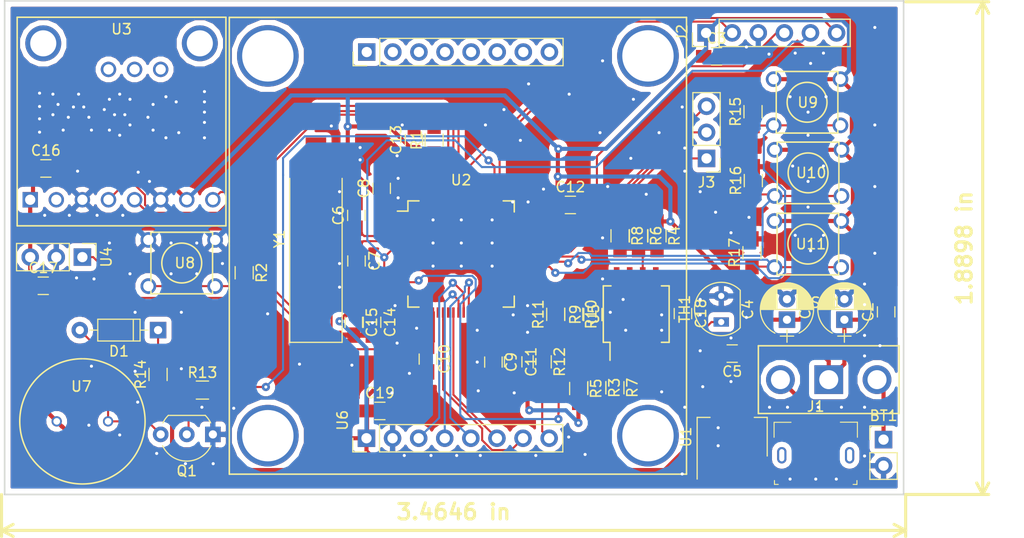
<source format=kicad_pcb>
(kicad_pcb (version 20171130) (host pcbnew 5.0.2-bee76a0~70~ubuntu16.04.1)
  (layers (0 F.Cu signal) (31 B.Cu signal) (34 B.Paste user hide) (35 F.Paste user hide) (36 B.SilkS user) (37 F.SilkS user) (38 B.Mask user hide) (39 F.Mask user hide) (44 Edge.Cuts user))
  (net 0 "")
  (net 1 /Data+)
  (net 2 "Net-(J1-Pad4)")
  (net 3 GND)
  (net 4 /Data-)
  (net 5 +5V)
  (net 6 /SWO)
  (net 7 /NRST)
  (net 8 /SWDIO)
  (net 9 /SWCLK)
  (net 10 +3V3)
  (net 11 /USART1_CK)
  (net 12 /USART1_TX)
  (net 13 /USART1_RX)
  (net 14 +BATT)
  (net 15 +VIN)
  (net 16 "Net-(R7-Pad2)")
  (net 17 "Net-(U3-Pad2)")
  (net 18 /I2C1_SCL)
  (net 19 /I2C1_SDA)
  (net 20 /CS_INT)
  (net 21 /PULSESIG)
  (net 22 "/Temp Sensor/INAMPFB")
  (net 23 "/Temp Sensor/WBRIDGE-")
  (net 24 "Net-(U5-Pad5)")
  (net 25 "Net-(U5-Pad4)")
  (net 26 "/Temp Sensor/WBRIDGE+")
  (net 27 /TEMPOUT)
  (net 28 /Display/LED)
  (net 29 /SPI1_SCK)
  (net 30 /SPI1_MOSI)
  (net 31 /LCD_DC)
  (net 32 /LCD_RST)
  (net 33 /LCD_SCE)
  (net 34 "Net-(D1-Pad2)")
  (net 35 /TIM_START)
  (net 36 /TIM_INC)
  (net 37 /TIM_RES)
  (net 38 /XTAL+)
  (net 39 /XTAL-)
  (net 40 "Net-(C9-Pad1)")
  (net 41 "Net-(R1-Pad1)")
  (net 42 "Net-(R10-Pad2)")
  (net 43 /TIM3_CH1)
  (net 44 "Net-(Q1-Pad2)")
  (net 45 /PIEZOPWM)
  (net 46 "Net-(D1-Pad1)")
  (net 47 "Net-(U2-Pad62)")
  (net 48 "Net-(U2-Pad61)")
  (net 49 "Net-(U2-Pad56)")
  (net 50 "Net-(U2-Pad54)")
  (net 51 "Net-(U2-Pad53)")
  (net 52 "Net-(U2-Pad52)")
  (net 53 "Net-(U2-Pad51)")
  (net 54 "Net-(U2-Pad45)")
  (net 55 "Net-(U2-Pad44)")
  (net 56 "Net-(U2-Pad36)")
  (net 57 "Net-(U2-Pad35)")
  (net 58 "Net-(U2-Pad34)")
  (net 59 "Net-(U2-Pad33)")
  (net 60 "Net-(U2-Pad29)")
  (net 61 "Net-(U2-Pad20)")
  (net 62 "Net-(U2-Pad17)")
  (net 63 "Net-(U2-Pad16)")
  (net 64 "Net-(U2-Pad11)")
  (net 65 "Net-(U2-Pad4)")
  (net 66 "Net-(U2-Pad3)")
  (net 67 "Net-(U2-Pad2)")
  (net 68 "Net-(U2-Pad28)")
  (net 69 "Net-(U2-Pad27)")
  (net 70 "Net-(U2-Pad10)")
  (net 71 "Net-(U2-Pad9)")
  (net 72 "Net-(U2-Pad8)")
  (net 73 "Net-(U2-Pad22)")
  (module PASC:Nokia5110 (layer F.Cu) (at 139.42 70.27)
    (fp_text reference U6 (at -11.23 17 90) (layer F.SilkS))
    (fp_text value Nokia5110)
    (pad 8 thru_hole oval (at 8.88 18.75 90) (size 1.7 1.7) (drill 1) (layers *.Cu *.Mask) (net 28 /Display/LED))
    (pad 7 thru_hole oval (at 6.34 18.75 90) (size 1.7 1.7) (drill 1) (layers *.Cu *.Mask) (net 29 /SPI1_SCK))
    (pad 6 thru_hole oval (at 3.8 18.75 90) (size 1.7 1.7) (drill 1) (layers *.Cu *.Mask) (net 30 /SPI1_MOSI))
    (pad 5 thru_hole oval (at 1.26 18.75 90) (size 1.7 1.7) (drill 1) (layers *.Cu *.Mask) (net 31 /LCD_DC))
    (pad 4 thru_hole oval (at -1.28 18.75 90) (size 1.7 1.7) (drill 1) (layers *.Cu *.Mask) (net 32 /LCD_RST))
    (pad 3 thru_hole oval (at -3.82 18.75 90) (size 1.7 1.7) (drill 1) (layers *.Cu *.Mask) (net 33 /LCD_SCE))
    (pad 2 thru_hole oval (at -6.36 18.75 90) (size 1.7 1.7) (drill 1) (layers *.Cu *.Mask) (net 3 GND))
    (pad 1 thru_hole rect (at -8.9 18.75 90) (size 1.7 1.7) (drill 1) (layers *.Cu *.Mask) (net 10 +3V3))
    (pad "" thru_hole oval (at -3.79319 -18.875125 90) (size 1.7 1.7) (drill 1) (layers *.Cu *.Mask))
    (pad "" thru_hole oval (at 1.28681 -18.875125 90) (size 1.7 1.7) (drill 1) (layers *.Cu *.Mask))
    (pad "" thru_hole oval (at -1.25319 -18.875125 90) (size 1.7 1.7) (drill 1) (layers *.Cu *.Mask))
    (pad "" thru_hole oval (at 6.36681 -18.875125 90) (size 1.7 1.7) (drill 1) (layers *.Cu *.Mask))
    (pad "" thru_hole oval (at 3.82681 -18.875125 90) (size 1.7 1.7) (drill 1) (layers *.Cu *.Mask))
    (pad "" thru_hole oval (at 8.90681 -18.875125 90) (size 1.7 1.7) (drill 1) (layers *.Cu *.Mask))
    (pad "" thru_hole oval (at -6.33319 -18.875125 90) (size 1.7 1.7) (drill 1) (layers *.Cu *.Mask))
    (pad "" thru_hole rect (at -8.87319 -18.875125 90) (size 1.7 1.7) (drill 1) (layers *.Cu *.Mask))
    (pad "" thru_hole circle (at -18.5 18.5) (size 6 6) (drill 5) (layers *.Cu *.Mask))
    (pad "" thru_hole circle (at 18.5 18.5) (size 6 6) (drill 5) (layers *.Cu *.Mask))
    (pad "" thru_hole circle (at 18.5 -18.5) (size 6 6) (drill 5) (layers *.Cu *.Mask))
    (pad "" thru_hole circle (at -18.5 -18.5) (size 6 6) (drill 5) (layers *.Cu *.Mask))
  )
  (module Housings_SOIC:SO-8_5.3x6.2mm_Pitch1.27mm (layer F.Cu) (at 156.775 76.925 90)
    (fp_text reference U5 (at 0 -4.13 90) (layer F.SilkS))
    (fp_text value MAX4460ESA+)
    (pad 1 smd rect (at -3.7 -1.905 90) (size 1.75 0.55) (layers F.Cu F.Paste F.Mask) (net 27 /TEMPOUT))
    (pad 2 smd rect (at -3.7 -0.635 90) (size 1.75 0.55) (layers F.Cu F.Paste F.Mask) (net 3 GND))
    (pad 3 smd rect (at -3.7 0.635 90) (size 1.75 0.55) (layers F.Cu F.Paste F.Mask) (net 26 "/Temp Sensor/WBRIDGE+"))
    (pad 4 smd rect (at -3.7 1.905 90) (size 1.75 0.55) (layers F.Cu F.Paste F.Mask) (net 25 "Net-(U5-Pad4)"))
    (pad 5 smd rect (at 3.7 1.905 90) (size 1.75 0.55) (layers F.Cu F.Paste F.Mask) (net 24 "Net-(U5-Pad5)"))
    (pad 6 smd rect (at 3.7 0.635 90) (size 1.75 0.55) (layers F.Cu F.Paste F.Mask) (net 23 "/Temp Sensor/WBRIDGE-"))
    (pad 7 smd rect (at 3.7 -0.635 90) (size 1.75 0.55) (layers F.Cu F.Paste F.Mask) (net 10 +3V3))
    (pad 8 smd rect (at 3.7 -1.905 90) (size 1.75 0.55) (layers F.Cu F.Paste F.Mask) (net 22 "/Temp Sensor/INAMPFB"))
  )
  (module Pin_Headers:Pin_Header_Straight_1x02_Pitch2.54mm (layer F.Cu) (at 180.848 89.154)
    (fp_text reference BT1 (at 0 -2.33) (layer F.SilkS))
    (fp_text value Battery)
    (pad 2 thru_hole oval (at 0 2.54) (size 1.7 1.7) (drill 1) (layers *.Cu *.Mask) (net 3 GND))
    (pad 1 thru_hole rect (at 0 0) (size 1.7 1.7) (drill 1) (layers *.Cu *.Mask) (net 14 +BATT))
  )
  (module Capacitors_THT:CP_Radial_D5.0mm_P2.00mm (layer F.Cu) (at 177.038 77.47 90)
    (fp_text reference C1 (at 1 -3.81 90) (layer F.SilkS))
    (fp_text value 10u)
    (pad 2 thru_hole circle (at 2 0 90) (size 1.6 1.6) (drill 0.8) (layers *.Cu *.Mask) (net 3 GND))
    (pad 1 thru_hole rect (at 0 0 90) (size 1.6 1.6) (drill 0.8) (layers *.Cu *.Mask) (net 15 +VIN))
  )
  (module Capacitors_SMD:C_0805_HandSoldering (layer F.Cu) (at 181.102 76.708 90)
    (fp_text reference C2 (at 0 -1.75 90) (layer F.SilkS))
    (fp_text value 100n)
    (pad 2 smd rect (at 1.25 0 90) (size 1.5 1.25) (layers F.Cu F.Paste F.Mask) (net 3 GND))
    (pad 1 smd rect (at -1.25 0 90) (size 1.5 1.25) (layers F.Cu F.Paste F.Mask) (net 15 +VIN))
  )
  (module Capacitors_SMD:C_0805_HandSoldering (layer F.Cu) (at 164.592 51.816)
    (fp_text reference C3 (at 0 -1.75) (layer F.SilkS))
    (fp_text value 100n)
    (pad 1 smd rect (at -1.25 0) (size 1.5 1.25) (layers F.Cu F.Paste F.Mask) (net 10 +3V3))
    (pad 2 smd rect (at 1.25 0) (size 1.5 1.25) (layers F.Cu F.Paste F.Mask) (net 3 GND))
  )
  (module Capacitors_THT:CP_Radial_D5.0mm_P2.00mm (layer F.Cu) (at 171.45 77.47 90)
    (fp_text reference C4 (at 1 -3.81 90) (layer F.SilkS))
    (fp_text value 10u)
    (pad 1 thru_hole rect (at 0 0 90) (size 1.6 1.6) (drill 0.8) (layers *.Cu *.Mask) (net 10 +3V3))
    (pad 2 thru_hole circle (at 2 0 90) (size 1.6 1.6) (drill 0.8) (layers *.Cu *.Mask) (net 3 GND))
  )
  (module Capacitors_SMD:C_0805_HandSoldering (layer F.Cu) (at 166.116 80.772 180)
    (fp_text reference C5 (at 0 -1.75 180) (layer F.SilkS))
    (fp_text value 100n)
    (pad 1 smd rect (at -1.25 0 180) (size 1.5 1.25) (layers F.Cu F.Paste F.Mask) (net 10 +3V3))
    (pad 2 smd rect (at 1.25 0 180) (size 1.5 1.25) (layers F.Cu F.Paste F.Mask) (net 3 GND))
  )
  (module Capacitors_SMD:C_0805_HandSoldering (layer F.Cu) (at 129.535 67.31 90)
    (fp_text reference C6 (at 0 -1.75 90) (layer F.SilkS))
    (fp_text value 18p)
    (pad 1 smd rect (at -1.25 0 90) (size 1.5 1.25) (layers F.Cu F.Paste F.Mask) (net 38 /XTAL+))
    (pad 2 smd rect (at 1.25 0 90) (size 1.5 1.25) (layers F.Cu F.Paste F.Mask) (net 3 GND))
  )
  (module Capacitors_SMD:C_0805_HandSoldering (layer F.Cu) (at 129.55 71.75 270)
    (fp_text reference C7 (at 0 -1.75 270) (layer F.SilkS))
    (fp_text value 18p)
    (pad 2 smd rect (at 1.25 0 270) (size 1.5 1.25) (layers F.Cu F.Paste F.Mask) (net 3 GND))
    (pad 1 smd rect (at -1.25 0 270) (size 1.5 1.25) (layers F.Cu F.Paste F.Mask) (net 39 /XTAL-))
  )
  (module Capacitors_SMD:C_0805_HandSoldering (layer F.Cu) (at 132 64.675 90)
    (fp_text reference C8 (at 0 -1.75 90) (layer F.SilkS))
    (fp_text value 4.7u)
    (pad 1 smd rect (at -1.25 0 90) (size 1.5 1.25) (layers F.Cu F.Paste F.Mask) (net 10 +3V3))
    (pad 2 smd rect (at 1.25 0 90) (size 1.5 1.25) (layers F.Cu F.Paste F.Mask) (net 3 GND))
  )
  (module Capacitors_SMD:C_0805_HandSoldering (layer F.Cu) (at 142.875 81.6 270)
    (fp_text reference C9 (at 0 -1.75 270) (layer F.SilkS))
    (fp_text value 4.7u)
    (pad 2 smd rect (at 1.25 0 270) (size 1.5 1.25) (layers F.Cu F.Paste F.Mask) (net 3 GND))
    (pad 1 smd rect (at -1.25 0 270) (size 1.5 1.25) (layers F.Cu F.Paste F.Mask) (net 40 "Net-(C9-Pad1)"))
  )
  (module Capacitors_SMD:C_0805_HandSoldering (layer F.Cu) (at 136.5 81.31 270)
    (fp_text reference C10 (at -0.015001 -1.600001 270) (layer F.SilkS))
    (fp_text value 100n)
    (pad 2 smd rect (at 1.25 0 270) (size 1.5 1.25) (layers F.Cu F.Paste F.Mask) (net 3 GND))
    (pad 1 smd rect (at -1.25 0 270) (size 1.5 1.25) (layers F.Cu F.Paste F.Mask) (net 10 +3V3))
  )
  (module Capacitors_SMD:C_0805_HandSoldering (layer F.Cu) (at 144.8 81.575 270)
    (fp_text reference C11 (at 0 -1.75 270) (layer F.SilkS))
    (fp_text value 100n)
    (pad 2 smd rect (at 1.25 0 270) (size 1.5 1.25) (layers F.Cu F.Paste F.Mask) (net 3 GND))
    (pad 1 smd rect (at -1.25 0 270) (size 1.5 1.25) (layers F.Cu F.Paste F.Mask) (net 10 +3V3))
  )
  (module Capacitors_SMD:C_0805_HandSoldering (layer F.Cu) (at 150.368 66.294)
    (fp_text reference C12 (at 0 -1.75) (layer F.SilkS))
    (fp_text value 100n)
    (pad 1 smd rect (at -1.25 0) (size 1.5 1.25) (layers F.Cu F.Paste F.Mask) (net 10 +3V3))
    (pad 2 smd rect (at 1.25 0) (size 1.5 1.25) (layers F.Cu F.Paste F.Mask) (net 3 GND))
  )
  (module Capacitors_SMD:C_0805_HandSoldering (layer F.Cu) (at 135.15 59.95 90)
    (fp_text reference C13 (at 0 -1.75 90) (layer F.SilkS))
    (fp_text value 100n)
    (pad 2 smd rect (at 1.25 0 90) (size 1.5 1.25) (layers F.Cu F.Paste F.Mask) (net 3 GND))
    (pad 1 smd rect (at -1.25 0 90) (size 1.5 1.25) (layers F.Cu F.Paste F.Mask) (net 10 +3V3))
  )
  (module Capacitors_SMD:C_0805_HandSoldering (layer F.Cu) (at 131.064 77.724 270)
    (fp_text reference C14 (at 0 -1.75 270) (layer F.SilkS))
    (fp_text value 100n)
    (pad 1 smd rect (at -1.25 0 270) (size 1.5 1.25) (layers F.Cu F.Paste F.Mask) (net 10 +3V3))
    (pad 2 smd rect (at 1.25 0 270) (size 1.5 1.25) (layers F.Cu F.Paste F.Mask) (net 3 GND))
  )
  (module Capacitors_SMD:C_0805_HandSoldering (layer F.Cu) (at 129.286 77.724 270)
    (fp_text reference C15 (at 0 -1.75 270) (layer F.SilkS))
    (fp_text value 1u)
    (pad 2 smd rect (at 1.25 0 270) (size 1.5 1.25) (layers F.Cu F.Paste F.Mask) (net 3 GND))
    (pad 1 smd rect (at -1.25 0 270) (size 1.5 1.25) (layers F.Cu F.Paste F.Mask) (net 10 +3V3))
  )
  (module Capacitors_SMD:C_0805_HandSoldering (layer F.Cu) (at 99.314 62.738)
    (fp_text reference C16 (at 0 -1.75) (layer F.SilkS))
    (fp_text value 100n)
    (pad 1 smd rect (at -1.25 0) (size 1.5 1.25) (layers F.Cu F.Paste F.Mask) (net 10 +3V3))
    (pad 2 smd rect (at 1.25 0) (size 1.5 1.25) (layers F.Cu F.Paste F.Mask) (net 3 GND))
  )
  (module Capacitors_SMD:C_0805_HandSoldering (layer F.Cu) (at 99.06 74.168)
    (fp_text reference C17 (at 0 -1.75) (layer F.SilkS))
    (fp_text value 100n)
    (pad 1 smd rect (at -1.25 0) (size 1.5 1.25) (layers F.Cu F.Paste F.Mask) (net 10 +3V3))
    (pad 2 smd rect (at 1.25 0) (size 1.5 1.25) (layers F.Cu F.Paste F.Mask) (net 3 GND))
  )
  (module Capacitors_SMD:C_0805_HandSoldering (layer F.Cu) (at 161.325 76.875 270)
    (fp_text reference C18 (at 0 -1.75 270) (layer F.SilkS))
    (fp_text value 100n)
    (pad 2 smd rect (at 1.25 0 270) (size 1.5 1.25) (layers F.Cu F.Paste F.Mask) (net 3 GND))
    (pad 1 smd rect (at -1.25 0 270) (size 1.5 1.25) (layers F.Cu F.Paste F.Mask) (net 10 +3V3))
  )
  (module Capacitors_SMD:C_0805_HandSoldering (layer F.Cu) (at 131.826 86.36)
    (fp_text reference C19 (at 0 -1.75) (layer F.SilkS))
    (fp_text value 1u)
    (pad 2 smd rect (at 1.25 0) (size 1.5 1.25) (layers F.Cu F.Paste F.Mask) (net 3 GND))
    (pad 1 smd rect (at -1.25 0) (size 1.5 1.25) (layers F.Cu F.Paste F.Mask) (net 10 +3V3))
  )
  (module Diodes_THT:D_DO-35_SOD27_P7.62mm_Horizontal (layer F.Cu) (at 110.236 78.486 180)
    (fp_text reference D1 (at 3.81 -2.06 180) (layer F.SilkS))
    (fp_text value 1N4148)
    (pad 2 thru_hole oval (at 7.62 0 180) (size 1.6 1.6) (drill 0.8) (layers *.Cu *.Mask) (net 34 "Net-(D1-Pad2)"))
    (pad 1 thru_hole rect (at 0 0 180) (size 1.6 1.6) (drill 0.8) (layers *.Cu *.Mask) (net 46 "Net-(D1-Pad1)"))
  )
  (module PASC:USB_Micro_B_Female_10118193-0001LF (layer F.Cu) (at 174.244 90.678)
    (fp_text reference J1 (at 0 -4.75) (layer F.SilkS))
    (fp_text value USB_B_Micro)
    (pad 3 smd rect (at 0 -2.675) (size 0.4 1.35) (layers F.Cu F.Paste F.Mask) (net 1 /Data+))
    (pad 4 smd rect (at 0.65 -2.675) (size 0.4 1.35) (layers F.Cu F.Paste F.Mask) (net 2 "Net-(J1-Pad4)"))
    (pad 5 smd rect (at 1.3 -2.675) (size 0.4 1.35) (layers F.Cu F.Paste F.Mask) (net 3 GND))
    (pad 2 smd rect (at -0.65 -2.675) (size 0.4 1.35) (layers F.Cu F.Paste F.Mask) (net 4 /Data-))
    (pad 1 smd rect (at -1.3 -2.675) (size 0.4 1.35) (layers F.Cu F.Paste F.Mask) (net 5 +5V))
    (pad "" thru_hole oval (at 3.3 0) (size 0.9 1.6) (drill oval 0.5 1.2) (layers *.Cu *.Mask))
    (pad "" thru_hole oval (at -3.3 0) (size 0.9 1.6) (drill oval 0.5 1.2) (layers *.Cu *.Mask))
    (pad "" smd rect (at -3.2 -2.45) (size 1.6 1.4) (layers F.Cu F.Paste F.Mask))
    (pad "" smd rect (at 3.2 -2.45) (size 1.6 1.4) (layers F.Cu F.Paste F.Mask))
    (pad "" smd rect (at -1.2 0) (size 1.9 1.9) (layers F.Cu F.Paste F.Mask))
    (pad "" smd rect (at 1.2 0) (size 1.9 1.9) (layers F.Cu F.Paste F.Mask))
  )
  (module Pin_Headers:Pin_Header_Straight_1x06_Pitch2.54mm (layer F.Cu) (at 163.576 49.53 90)
    (fp_text reference J2 (at 0 -2.33 90) (layer F.SilkS))
    (fp_text value "6P Male")
    (pad 6 thru_hole oval (at 0 12.7 90) (size 1.7 1.7) (drill 1) (layers *.Cu *.Mask) (net 6 /SWO))
    (pad 5 thru_hole oval (at 0 10.16 90) (size 1.7 1.7) (drill 1) (layers *.Cu *.Mask) (net 7 /NRST))
    (pad 4 thru_hole oval (at 0 7.62 90) (size 1.7 1.7) (drill 1) (layers *.Cu *.Mask) (net 8 /SWDIO))
    (pad 3 thru_hole oval (at 0 5.08 90) (size 1.7 1.7) (drill 1) (layers *.Cu *.Mask) (net 3 GND))
    (pad 2 thru_hole oval (at 0 2.54 90) (size 1.7 1.7) (drill 1) (layers *.Cu *.Mask) (net 9 /SWCLK))
    (pad 1 thru_hole rect (at 0 0 90) (size 1.7 1.7) (drill 1) (layers *.Cu *.Mask) (net 10 +3V3))
  )
  (module Pin_Headers:Pin_Header_Straight_1x03_Pitch2.54mm (layer F.Cu) (at 163.62 61.76 180)
    (fp_text reference J3 (at 0 -2.33 180) (layer F.SilkS))
    (fp_text value Conn_01x03_Male)
    (pad 3 thru_hole oval (at 0 5.08 180) (size 1.7 1.7) (drill 1) (layers *.Cu *.Mask) (net 13 /USART1_RX))
    (pad 2 thru_hole oval (at 0 2.54 180) (size 1.7 1.7) (drill 1) (layers *.Cu *.Mask) (net 12 /USART1_TX))
    (pad 1 thru_hole rect (at 0 0 180) (size 1.7 1.7) (drill 1) (layers *.Cu *.Mask) (net 11 /USART1_CK))
  )
  (module TO_SOT_Packages_THT:TO-92_Inline_Wide (layer F.Cu) (at 115.57 88.646 180)
    (fp_text reference Q1 (at 2.54 -3.56) (layer F.SilkS))
    (fp_text value 2N3904)
    (pad 1 thru_hole rect (at 0 0 270) (size 1.52 1.52) (drill 0.8) (layers *.Cu *.Mask) (net 3 GND))
    (pad 3 thru_hole circle (at 5.08 0 270) (size 1.52 1.52) (drill 0.8) (layers *.Cu *.Mask) (net 34 "Net-(D1-Pad2)"))
    (pad 2 thru_hole circle (at 2.54 0 270) (size 1.52 1.52) (drill 0.8) (layers *.Cu *.Mask) (net 44 "Net-(Q1-Pad2)"))
  )
  (module Resistors_SMD:R_0805_HandSoldering (layer F.Cu) (at 137.1 59.975 90)
    (fp_text reference R1 (at 0 -1.7 90) (layer F.SilkS))
    (fp_text value 10k)
    (pad 2 smd rect (at 1.35 0 90) (size 1.5 1.3) (layers F.Cu F.Paste F.Mask) (net 3 GND))
    (pad 1 smd rect (at -1.35 0 90) (size 1.5 1.3) (layers F.Cu F.Paste F.Mask) (net 41 "Net-(R1-Pad1)"))
  )
  (module Resistors_SMD:R_0805_HandSoldering (layer F.Cu) (at 118.618 72.898 270)
    (fp_text reference R2 (at 0 -1.7 270) (layer F.SilkS))
    (fp_text value 10k)
    (pad 2 smd rect (at 1.35 0 270) (size 1.5 1.3) (layers F.Cu F.Paste F.Mask) (net 7 /NRST))
    (pad 1 smd rect (at -1.35 0 270) (size 1.5 1.3) (layers F.Cu F.Paste F.Mask) (net 10 +3V3))
  )
  (module Resistors_SMD:R_0805_HandSoldering (layer F.Cu) (at 152.95 84.1 270)
    (fp_text reference R3 (at 0 -1.7 270) (layer F.SilkS))
    (fp_text value 8.2k)
    (pad 1 smd rect (at -1.35 0 270) (size 1.5 1.3) (layers F.Cu F.Paste F.Mask) (net 26 "/Temp Sensor/WBRIDGE+"))
    (pad 2 smd rect (at 1.35 0 270) (size 1.5 1.3) (layers F.Cu F.Paste F.Mask) (net 10 +3V3))
  )
  (module Resistors_SMD:R_0805_HandSoldering (layer F.Cu) (at 158.8 69.3 270)
    (fp_text reference R4 (at 0 -1.7 270) (layer F.SilkS))
    (fp_text value 8.2k)
    (pad 1 smd rect (at -1.35 0 270) (size 1.5 1.3) (layers F.Cu F.Paste F.Mask) (net 10 +3V3))
    (pad 2 smd rect (at 1.35 0 270) (size 1.5 1.3) (layers F.Cu F.Paste F.Mask) (net 23 "/Temp Sensor/WBRIDGE-"))
  )
  (module Resistors_SMD:R_0805_HandSoldering (layer F.Cu) (at 151.175 84.175 270)
    (fp_text reference R5 (at 0 -1.7 270) (layer F.SilkS))
    (fp_text value 270k)
    (pad 2 smd rect (at 1.35 0 270) (size 1.5 1.3) (layers F.Cu F.Paste F.Mask) (net 10 +3V3))
    (pad 1 smd rect (at -1.35 0 270) (size 1.5 1.3) (layers F.Cu F.Paste F.Mask) (net 26 "/Temp Sensor/WBRIDGE+"))
  )
  (module Resistors_SMD:R_0805_HandSoldering (layer F.Cu) (at 157 69.3 270)
    (fp_text reference R6 (at 0 -1.712 270) (layer F.SilkS))
    (fp_text value 270k)
    (pad 1 smd rect (at -1.35 0 270) (size 1.5 1.3) (layers F.Cu F.Paste F.Mask) (net 10 +3V3))
    (pad 2 smd rect (at 1.35 0 270) (size 1.5 1.3) (layers F.Cu F.Paste F.Mask) (net 23 "/Temp Sensor/WBRIDGE-"))
  )
  (module Resistors_SMD:R_0805_HandSoldering (layer F.Cu) (at 154.7 84.1 270)
    (fp_text reference R7 (at 0 -1.7 270) (layer F.SilkS))
    (fp_text value 1k)
    (pad 2 smd rect (at 1.35 0 270) (size 1.5 1.3) (layers F.Cu F.Paste F.Mask) (net 16 "Net-(R7-Pad2)"))
    (pad 1 smd rect (at -1.35 0 270) (size 1.5 1.3) (layers F.Cu F.Paste F.Mask) (net 26 "/Temp Sensor/WBRIDGE+"))
  )
  (module Resistors_SMD:R_0805_HandSoldering (layer F.Cu) (at 155.2 69.3 270)
    (fp_text reference R8 (at 0 -1.7 270) (layer F.SilkS))
    (fp_text value 1.8k)
    (pad 2 smd rect (at 1.35 0 270) (size 1.5 1.3) (layers F.Cu F.Paste F.Mask) (net 23 "/Temp Sensor/WBRIDGE-"))
    (pad 1 smd rect (at -1.35 0 270) (size 1.5 1.3) (layers F.Cu F.Paste F.Mask) (net 3 GND))
  )
  (module Resistors_SMD:R_0805_HandSoldering (layer F.Cu) (at 152.553 76.97 90)
    (fp_text reference R9 (at 0 -1.7 90) (layer F.SilkS))
    (fp_text value 100k)
    (pad 2 smd rect (at 1.35 0 90) (size 1.5 1.3) (layers F.Cu F.Paste F.Mask) (net 22 "/Temp Sensor/INAMPFB"))
    (pad 1 smd rect (at -1.35 0 90) (size 1.5 1.3) (layers F.Cu F.Paste F.Mask) (net 27 /TEMPOUT))
  )
  (module Resistors_SMD:R_0805_HandSoldering (layer F.Cu) (at 150.693 76.94 270)
    (fp_text reference R10 (at 0 -1.7 270) (layer F.SilkS))
    (fp_text value 2.7k)
    (pad 1 smd rect (at -1.35 0 270) (size 1.5 1.3) (layers F.Cu F.Paste F.Mask) (net 22 "/Temp Sensor/INAMPFB"))
    (pad 2 smd rect (at 1.35 0 270) (size 1.5 1.3) (layers F.Cu F.Paste F.Mask) (net 42 "Net-(R10-Pad2)"))
  )
  (module Resistors_SMD:R_0805_HandSoldering (layer F.Cu) (at 148.943 76.95 90)
    (fp_text reference R11 (at 0 -1.7 90) (layer F.SilkS))
    (fp_text value 820)
    (pad 2 smd rect (at 1.35 0 90) (size 1.5 1.3) (layers F.Cu F.Paste F.Mask) (net 3 GND))
    (pad 1 smd rect (at -1.35 0 90) (size 1.5 1.3) (layers F.Cu F.Paste F.Mask) (net 42 "Net-(R10-Pad2)"))
  )
  (module Resistors_SMD:R_0805_HandSoldering (layer F.Cu) (at 147.625 81.575 270)
    (fp_text reference R12 (at 0 -1.7 270) (layer F.SilkS))
    (fp_text value 330)
    (pad 1 smd rect (at -1.35 0 270) (size 1.5 1.3) (layers F.Cu F.Paste F.Mask) (net 43 /TIM3_CH1))
    (pad 2 smd rect (at 1.35 0 270) (size 1.5 1.3) (layers F.Cu F.Paste F.Mask) (net 28 /Display/LED))
  )
  (module Resistors_SMD:R_0805_HandSoldering (layer F.Cu) (at 114.554 84.328)
    (fp_text reference R13 (at 0 -1.7) (layer F.SilkS))
    (fp_text value 1k)
    (pad 2 smd rect (at 1.35 0) (size 1.5 1.3) (layers F.Cu F.Paste F.Mask) (net 45 /PIEZOPWM))
    (pad 1 smd rect (at -1.35 0) (size 1.5 1.3) (layers F.Cu F.Paste F.Mask) (net 44 "Net-(Q1-Pad2)"))
  )
  (module Resistors_SMD:R_0805_HandSoldering (layer F.Cu) (at 110.236 82.804 90)
    (fp_text reference R14 (at 0 -1.7 90) (layer F.SilkS))
    (fp_text value 1k)
    (pad 2 smd rect (at 1.35 0 90) (size 1.5 1.3) (layers F.Cu F.Paste F.Mask) (net 46 "Net-(D1-Pad1)"))
    (pad 1 smd rect (at -1.35 0 90) (size 1.5 1.3) (layers F.Cu F.Paste F.Mask) (net 10 +3V3))
  )
  (module Resistors_SMD:R_0805_HandSoldering (layer F.Cu) (at 168.144 57.208 90)
    (fp_text reference R15 (at 0 -1.7 90) (layer F.SilkS))
    (fp_text value 1k)
    (pad 1 smd rect (at -1.35 0 90) (size 1.5 1.3) (layers F.Cu F.Paste F.Mask) (net 35 /TIM_START))
    (pad 2 smd rect (at 1.35 0 90) (size 1.5 1.3) (layers F.Cu F.Paste F.Mask) (net 3 GND))
  )
  (module Resistors_SMD:R_0805_HandSoldering (layer F.Cu) (at 168.174 63.918 90)
    (fp_text reference R16 (at 0 -1.7 90) (layer F.SilkS))
    (fp_text value 1k)
    (pad 1 smd rect (at -1.35 0 90) (size 1.5 1.3) (layers F.Cu F.Paste F.Mask) (net 36 /TIM_INC))
    (pad 2 smd rect (at 1.35 0 90) (size 1.5 1.3) (layers F.Cu F.Paste F.Mask) (net 3 GND))
  )
  (module Resistors_SMD:R_0805_HandSoldering (layer F.Cu) (at 168.044 70.948 90)
    (fp_text reference R17 (at 0 -1.7 90) (layer F.SilkS))
    (fp_text value 1k)
    (pad 1 smd rect (at -1.35 0 90) (size 1.5 1.3) (layers F.Cu F.Paste F.Mask) (net 37 /TIM_RES))
    (pad 2 smd rect (at 1.35 0 90) (size 1.5 1.3) (layers F.Cu F.Paste F.Mask) (net 3 GND))
  )
  (module PASC:SPDT-100 (layer F.Cu) (at 175.514 83.312 180)
    (fp_text reference SW1 (at 0.25 7.5 180) (layer F.SilkS))
    (fp_text value SW_SPDT)
    (pad 1 thru_hole circle (at -4.7 0 180) (size 2.8 2.8) (drill 1.85) (layers *.Cu *.Mask) (net 14 +BATT))
    (pad 2 thru_hole rect (at 0 0 180) (size 2.8 2.8) (drill 1.85) (layers *.Cu *.Mask) (net 15 +VIN))
    (pad 3 thru_hole circle (at 4.7 0 180) (size 2.8 2.8) (drill 1.85) (layers *.Cu *.Mask) (net 5 +5V))
  )
  (module TO_SOT_Packages_THT:TO-92-2pin_Inline_Narrow_Oval (layer F.Cu) (at 165.05 77.7 90)
    (fp_text reference TH1 (at 1.27 -3.56 90) (layer F.SilkS))
    (fp_text value PT1000)
    (pad 1 thru_hole rect (at 0 0 270) (size 0.9 1.5) (drill 0.6) (layers *.Cu *.Mask) (net 16 "Net-(R7-Pad2)"))
    (pad 2 thru_hole oval (at 2.54 0 270) (size 0.9 1.5) (drill 0.6) (layers *.Cu *.Mask) (net 3 GND))
  )
  (module TO_SOT_Packages_SMD:SOT-223-3_TabPin2 (layer F.Cu) (at 166.116 88.9 90)
    (fp_text reference U1 (at 0 -4.5 90) (layer F.SilkS))
    (fp_text value NCP1117-3.3_SOT223)
    (pad 1 smd rect (at -3.15 -2.3 90) (size 2 1.5) (layers F.Cu F.Paste F.Mask) (net 3 GND))
    (pad 3 smd rect (at -3.15 2.3 90) (size 2 1.5) (layers F.Cu F.Paste F.Mask) (net 15 +VIN))
    (pad 2 smd rect (at -3.15 0 90) (size 2 1.5) (layers F.Cu F.Paste F.Mask) (net 10 +3V3))
    (pad 2 smd rect (at 3.15 0 90) (size 2 3.8) (layers F.Cu F.Paste F.Mask) (net 10 +3V3))
  )
  (module Housings_QFP:LQFP-64_10x10mm_Pitch0.5mm (layer F.Cu) (at 139.73 71.07)
    (fp_text reference U2 (at 0 -7.2) (layer F.SilkS))
    (fp_text value STM32F411RETx)
    (pad 64 smd rect (at -3.75 -5.7 90) (size 1 0.25) (layers F.Cu F.Paste F.Mask) (net 10 +3V3))
    (pad 63 smd rect (at -3.25 -5.7 90) (size 1 0.25) (layers F.Cu F.Paste F.Mask) (net 3 GND))
    (pad 62 smd rect (at -2.75 -5.7 90) (size 1 0.25) (layers F.Cu F.Paste F.Mask) (net 47 "Net-(U2-Pad62)"))
    (pad 61 smd rect (at -2.25 -5.7 90) (size 1 0.25) (layers F.Cu F.Paste F.Mask) (net 48 "Net-(U2-Pad61)"))
    (pad 60 smd rect (at -1.75 -5.7 90) (size 1 0.25) (layers F.Cu F.Paste F.Mask) (net 41 "Net-(R1-Pad1)"))
    (pad 59 smd rect (at -1.25 -5.7 90) (size 1 0.25) (layers F.Cu F.Paste F.Mask) (net 19 /I2C1_SDA))
    (pad 58 smd rect (at -0.75 -5.7 90) (size 1 0.25) (layers F.Cu F.Paste F.Mask) (net 18 /I2C1_SCL))
    (pad 57 smd rect (at -0.25 -5.7 90) (size 1 0.25) (layers F.Cu F.Paste F.Mask) (net 20 /CS_INT))
    (pad 56 smd rect (at 0.25 -5.7 90) (size 1 0.25) (layers F.Cu F.Paste F.Mask) (net 49 "Net-(U2-Pad56)"))
    (pad 55 smd rect (at 0.75 -5.7 90) (size 1 0.25) (layers F.Cu F.Paste F.Mask) (net 6 /SWO))
    (pad 54 smd rect (at 1.25 -5.7 90) (size 1 0.25) (layers F.Cu F.Paste F.Mask) (net 50 "Net-(U2-Pad54)"))
    (pad 53 smd rect (at 1.75 -5.7 90) (size 1 0.25) (layers F.Cu F.Paste F.Mask) (net 51 "Net-(U2-Pad53)"))
    (pad 52 smd rect (at 2.25 -5.7 90) (size 1 0.25) (layers F.Cu F.Paste F.Mask) (net 52 "Net-(U2-Pad52)"))
    (pad 51 smd rect (at 2.75 -5.7 90) (size 1 0.25) (layers F.Cu F.Paste F.Mask) (net 53 "Net-(U2-Pad51)"))
    (pad 50 smd rect (at 3.25 -5.7 90) (size 1 0.25) (layers F.Cu F.Paste F.Mask) (net 45 /PIEZOPWM))
    (pad 49 smd rect (at 3.75 -5.7 90) (size 1 0.25) (layers F.Cu F.Paste F.Mask) (net 9 /SWCLK))
    (pad 48 smd rect (at 5.7 -3.75) (size 1 0.25) (layers F.Cu F.Paste F.Mask) (net 10 +3V3))
    (pad 47 smd rect (at 5.7 -3.25) (size 1 0.25) (layers F.Cu F.Paste F.Mask) (net 3 GND))
    (pad 46 smd rect (at 5.7 -2.75) (size 1 0.25) (layers F.Cu F.Paste F.Mask) (net 8 /SWDIO))
    (pad 45 smd rect (at 5.7 -2.25) (size 1 0.25) (layers F.Cu F.Paste F.Mask) (net 54 "Net-(U2-Pad45)"))
    (pad 44 smd rect (at 5.7 -1.75) (size 1 0.25) (layers F.Cu F.Paste F.Mask) (net 55 "Net-(U2-Pad44)"))
    (pad 43 smd rect (at 5.7 -1.25) (size 1 0.25) (layers F.Cu F.Paste F.Mask) (net 13 /USART1_RX))
    (pad 42 smd rect (at 5.7 -0.75) (size 1 0.25) (layers F.Cu F.Paste F.Mask) (net 12 /USART1_TX))
    (pad 41 smd rect (at 5.7 -0.25) (size 1 0.25) (layers F.Cu F.Paste F.Mask) (net 11 /USART1_CK))
    (pad 40 smd rect (at 5.7 0.25) (size 1 0.25) (layers F.Cu F.Paste F.Mask) (net 37 /TIM_RES))
    (pad 39 smd rect (at 5.7 0.75) (size 1 0.25) (layers F.Cu F.Paste F.Mask) (net 36 /TIM_INC))
    (pad 38 smd rect (at 5.7 1.25) (size 1 0.25) (layers F.Cu F.Paste F.Mask) (net 35 /TIM_START))
    (pad 37 smd rect (at 5.7 1.75) (size 1 0.25) (layers F.Cu F.Paste F.Mask) (net 43 /TIM3_CH1))
    (pad 36 smd rect (at 5.7 2.25) (size 1 0.25) (layers F.Cu F.Paste F.Mask) (net 56 "Net-(U2-Pad36)"))
    (pad 35 smd rect (at 5.7 2.75) (size 1 0.25) (layers F.Cu F.Paste F.Mask) (net 57 "Net-(U2-Pad35)"))
    (pad 34 smd rect (at 5.7 3.25) (size 1 0.25) (layers F.Cu F.Paste F.Mask) (net 58 "Net-(U2-Pad34)"))
    (pad 33 smd rect (at 5.7 3.75) (size 1 0.25) (layers F.Cu F.Paste F.Mask) (net 59 "Net-(U2-Pad33)"))
    (pad 32 smd rect (at 3.75 5.7 90) (size 1 0.25) (layers F.Cu F.Paste F.Mask) (net 10 +3V3))
    (pad 31 smd rect (at 3.25 5.7 90) (size 1 0.25) (layers F.Cu F.Paste F.Mask) (net 3 GND))
    (pad 30 smd rect (at 2.75 5.7 90) (size 1 0.25) (layers F.Cu F.Paste F.Mask) (net 40 "Net-(C9-Pad1)"))
    (pad 29 smd rect (at 2.25 5.7 90) (size 1 0.25) (layers F.Cu F.Paste F.Mask) (net 60 "Net-(U2-Pad29)"))
    (pad 28 smd rect (at 1.75 5.7 90) (size 1 0.25) (layers F.Cu F.Paste F.Mask) (net 68 "Net-(U2-Pad28)"))
    (pad 27 smd rect (at 1.25 5.7 90) (size 1 0.25) (layers F.Cu F.Paste F.Mask) (net 69 "Net-(U2-Pad27)"))
    (pad 26 smd rect (at 0.75 5.7 90) (size 1 0.25) (layers F.Cu F.Paste F.Mask) (net 31 /LCD_DC))
    (pad 25 smd rect (at 0.25 5.7 90) (size 1 0.25) (layers F.Cu F.Paste F.Mask) (net 33 /LCD_SCE))
    (pad 24 smd rect (at -0.25 5.7 90) (size 1 0.25) (layers F.Cu F.Paste F.Mask) (net 32 /LCD_RST))
    (pad 23 smd rect (at -0.75 5.7 90) (size 1 0.25) (layers F.Cu F.Paste F.Mask) (net 30 /SPI1_MOSI))
    (pad 22 smd rect (at -1.25 5.7 90) (size 1 0.25) (layers F.Cu F.Paste F.Mask) (net 73 "Net-(U2-Pad22)"))
    (pad 21 smd rect (at -1.75 5.7 90) (size 1 0.25) (layers F.Cu F.Paste F.Mask) (net 29 /SPI1_SCK))
    (pad 20 smd rect (at -2.25 5.7 90) (size 1 0.25) (layers F.Cu F.Paste F.Mask) (net 61 "Net-(U2-Pad20)"))
    (pad 19 smd rect (at -2.75 5.7 90) (size 1 0.25) (layers F.Cu F.Paste F.Mask) (net 10 +3V3))
    (pad 18 smd rect (at -3.25 5.7 90) (size 1 0.25) (layers F.Cu F.Paste F.Mask) (net 3 GND))
    (pad 17 smd rect (at -3.75 5.7 90) (size 1 0.25) (layers F.Cu F.Paste F.Mask) (net 62 "Net-(U2-Pad17)"))
    (pad 16 smd rect (at -5.7 3.75) (size 1 0.25) (layers F.Cu F.Paste F.Mask) (net 63 "Net-(U2-Pad16)"))
    (pad 15 smd rect (at -5.7 3.25) (size 1 0.25) (layers F.Cu F.Paste F.Mask) (net 21 /PULSESIG))
    (pad 14 smd rect (at -5.7 2.75) (size 1 0.25) (layers F.Cu F.Paste F.Mask) (net 27 /TEMPOUT))
    (pad 13 smd rect (at -5.7 2.25) (size 1 0.25) (layers F.Cu F.Paste F.Mask) (net 10 +3V3))
    (pad 12 smd rect (at -5.7 1.75) (size 1 0.25) (layers F.Cu F.Paste F.Mask) (net 3 GND))
    (pad 11 smd rect (at -5.7 1.25) (size 1 0.25) (layers F.Cu F.Paste F.Mask) (net 64 "Net-(U2-Pad11)"))
    (pad 10 smd rect (at -5.7 0.75) (size 1 0.25) (layers F.Cu F.Paste F.Mask) (net 70 "Net-(U2-Pad10)"))
    (pad 9 smd rect (at -5.7 0.25) (size 1 0.25) (layers F.Cu F.Paste F.Mask) (net 71 "Net-(U2-Pad9)"))
    (pad 8 smd rect (at -5.7 -0.25) (size 1 0.25) (layers F.Cu F.Paste F.Mask) (net 72 "Net-(U2-Pad8)"))
    (pad 7 smd rect (at -5.7 -0.75) (size 1 0.25) (layers F.Cu F.Paste F.Mask) (net 7 /NRST))
    (pad 6 smd rect (at -5.7 -1.25) (size 1 0.25) (layers F.Cu F.Paste F.Mask) (net 39 /XTAL-))
    (pad 5 smd rect (at -5.7 -1.75) (size 1 0.25) (layers F.Cu F.Paste F.Mask) (net 38 /XTAL+))
    (pad 4 smd rect (at -5.7 -2.25) (size 1 0.25) (layers F.Cu F.Paste F.Mask) (net 65 "Net-(U2-Pad4)"))
    (pad 3 smd rect (at -5.7 -2.75) (size 1 0.25) (layers F.Cu F.Paste F.Mask) (net 66 "Net-(U2-Pad3)"))
    (pad 2 smd rect (at -5.7 -3.25) (size 1 0.25) (layers F.Cu F.Paste F.Mask) (net 67 "Net-(U2-Pad2)"))
    (pad 1 smd rect (at -5.7 -3.75) (size 1 0.25) (layers F.Cu F.Paste F.Mask) (net 10 +3V3))
  )
  (module PASC:LIS3DH (layer F.Cu) (at 106.68 58.166)
    (fp_text reference U3 (at 0 -9) (layer F.SilkS))
    (fp_text value lis3dh_board)
    (pad 11 thru_hole circle (at 3.81 -5.08) (size 1.5 1.5) (drill 1) (layers *.Cu *.Mask))
    (pad 10 thru_hole circle (at 1.27 -5.08) (size 1.5 1.5) (drill 1) (layers *.Cu *.Mask))
    (pad 9 thru_hole circle (at -1.27 -5.08) (size 1.5 1.5) (drill 1) (layers *.Cu *.Mask))
    (pad 8 thru_hole circle (at 8.89 7.62) (size 1.5 1.5) (drill 1) (layers *.Cu *.Mask) (net 20 /CS_INT))
    (pad 7 thru_hole circle (at 6.35 7.62) (size 1.5 1.5) (drill 1) (layers *.Cu *.Mask) (net 10 +3V3))
    (pad 6 thru_hole circle (at 3.81 7.62) (size 1.5 1.5) (drill 1) (layers *.Cu *.Mask) (net 3 GND))
    (pad 5 thru_hole circle (at 1.27 7.62) (size 1.5 1.5) (drill 1) (layers *.Cu *.Mask) (net 19 /I2C1_SDA))
    (pad 4 thru_hole circle (at -1.27 7.62) (size 1.5 1.5) (drill 1) (layers *.Cu *.Mask) (net 18 /I2C1_SCL))
    (pad 3 thru_hole circle (at -3.81 7.62) (size 1.5 1.5) (drill 1) (layers *.Cu *.Mask) (net 3 GND))
    (pad 2 thru_hole circle (at -6.35 7.62) (size 1.5 1.5) (drill 1) (layers *.Cu *.Mask) (net 17 "Net-(U3-Pad2)"))
    (pad 1 thru_hole rect (at -8.89 7.62) (size 1.5 1.5) (drill 1) (layers *.Cu *.Mask) (net 10 +3V3))
    (pad "" thru_hole circle (at 7.62 -7.62) (size 3.5 3.5) (drill 2.54) (layers *.Cu *.Mask))
    (pad "" thru_hole circle (at -7.62 -7.62) (size 3.5 3.5) (drill 2.54) (layers *.Cu *.Mask))
  )
  (module Pin_Headers:Pin_Header_Straight_1x03_Pitch2.54mm (layer F.Cu) (at 102.87 71.374 270)
    (fp_text reference U4 (at 0 -2.33 270) (layer F.SilkS))
    (fp_text value Pulse_sensor)
    (pad 1 thru_hole rect (at 0 0 270) (size 1.7 1.7) (drill 1) (layers *.Cu *.Mask) (net 21 /PULSESIG))
    (pad 2 thru_hole oval (at 0 2.54 270) (size 1.7 1.7) (drill 1) (layers *.Cu *.Mask) (net 3 GND))
    (pad 3 thru_hole oval (at 0 5.08 270) (size 1.7 1.7) (drill 1) (layers *.Cu *.Mask) (net 10 +3V3))
  )
  (module PASC:Piezo (layer F.Cu) (at 102.87 87.376)
    (fp_text reference U7 (at -0.1 -3.4) (layer F.SilkS))
    (fp_text value piezo)
    (pad 1 thru_hole circle (at -2.5 0) (size 1 1) (drill 0.65) (layers *.Cu *.Mask) (net 10 +3V3))
    (pad 2 thru_hole circle (at 2.5 0) (size 1 1) (drill 0.65) (layers *.Cu *.Mask) (net 34 "Net-(D1-Pad2)"))
  )
  (module PASC:Momentswitch (layer F.Cu) (at 112.54 71.95)
    (fp_text reference U8 (at 0.3 0) (layer F.SilkS))
    (fp_text value MomentSwitch)
    (pad 4 thru_hole circle (at 3.25 2.25) (size 1.524 1.524) (drill 1) (layers *.Cu *.Mask) (net 7 /NRST))
    (pad 3 thru_hole circle (at -3.25 2.25) (size 1.524 1.524) (drill 1) (layers *.Cu *.Mask) (net 7 /NRST))
    (pad 2 thru_hole circle (at 3.25 -2.25) (size 1.524 1.524) (drill 1) (layers *.Cu *.Mask) (net 3 GND))
    (pad 1 thru_hole circle (at -3.25 -2.25) (size 1.524 1.524) (drill 1) (layers *.Cu *.Mask) (net 3 GND))
  )
  (module PASC:Momentswitch (layer F.Cu) (at 173.404 56.288)
    (fp_text reference U9 (at 0.068 0.024999) (layer F.SilkS))
    (fp_text value MomentSwitch)
    (pad 1 thru_hole circle (at -3.25 -2.25) (size 1.524 1.524) (drill 1) (layers *.Cu *.Mask) (net 10 +3V3))
    (pad 2 thru_hole circle (at 3.25 -2.25) (size 1.524 1.524) (drill 1) (layers *.Cu *.Mask) (net 10 +3V3))
    (pad 3 thru_hole circle (at -3.25 2.25) (size 1.524 1.524) (drill 1) (layers *.Cu *.Mask) (net 35 /TIM_START))
    (pad 4 thru_hole circle (at 3.25 2.25) (size 1.524 1.524) (drill 1) (layers *.Cu *.Mask) (net 35 /TIM_START))
  )
  (module PASC:Momentswitch (layer F.Cu) (at 173.504 63.168)
    (fp_text reference U10 (at 0.3 0) (layer F.SilkS))
    (fp_text value MomentSwitch)
    (pad 1 thru_hole circle (at -3.25 -2.25) (size 1.524 1.524) (drill 1) (layers *.Cu *.Mask) (net 10 +3V3))
    (pad 2 thru_hole circle (at 3.25 -2.25) (size 1.524 1.524) (drill 1) (layers *.Cu *.Mask) (net 10 +3V3))
    (pad 3 thru_hole circle (at -3.25 2.25) (size 1.524 1.524) (drill 1) (layers *.Cu *.Mask) (net 36 /TIM_INC))
    (pad 4 thru_hole circle (at 3.25 2.25) (size 1.524 1.524) (drill 1) (layers *.Cu *.Mask) (net 36 /TIM_INC))
  )
  (module PASC:Momentswitch (layer F.Cu) (at 173.482 70.104)
    (fp_text reference U11 (at 0.3 0) (layer F.SilkS))
    (fp_text value MomentSwitch)
    (pad 4 thru_hole circle (at 3.25 2.25) (size 1.524 1.524) (drill 1) (layers *.Cu *.Mask) (net 37 /TIM_RES))
    (pad 3 thru_hole circle (at -3.25 2.25) (size 1.524 1.524) (drill 1) (layers *.Cu *.Mask) (net 37 /TIM_RES))
    (pad 2 thru_hole circle (at 3.25 -2.25) (size 1.524 1.524) (drill 1) (layers *.Cu *.Mask) (net 10 +3V3))
    (pad 1 thru_hole circle (at -3.25 -2.25) (size 1.524 1.524) (drill 1) (layers *.Cu *.Mask) (net 10 +3V3))
  )
  (module Crystals:Crystal_SMD_HC49-SD_HandSoldering (layer F.Cu) (at 125.6 69.6 90)
    (fp_text reference Y1 (at 0 -3.55 90) (layer F.SilkS))
    (fp_text value 8MHz)
    (pad 2 smd rect (at 5.9375 0 90) (size 7.875 2) (layers F.Cu F.Paste F.Mask) (net 38 /XTAL+))
    (pad 1 smd rect (at -5.9375 0 90) (size 7.875 2) (layers F.Cu F.Paste F.Mask) (net 39 /XTAL-))
  )
  (dimension 48 (width 0.3) (layer F.SilkS) (gr_text "48,000 mm" (at 192.6 70.5 270) (layer F.SilkS) (effects (font (size 1.5 1.5) (thickness 0.3)))) (feature1 (pts (xy 183 94.5) (xy 191.086421 94.5))) (feature2 (pts (xy 183 46.5) (xy 191.086421 46.5))) (crossbar (pts (xy 190.5 46.5) (xy 190.5 94.5))) (arrow1a (pts (xy 190.5 94.5) (xy 189.913579 93.373496))) (arrow1b (pts (xy 190.5 94.5) (xy 191.086421 93.373496))) (arrow2a (pts (xy 190.5 46.5) (xy 189.913579 47.626504))) (arrow2b (pts (xy 190.5 46.5) (xy 191.086421 47.626504))))
  (dimension 88 (width 0.3) (layer F.SilkS) (gr_text "88,000 mm" (at 139 100.1) (layer F.SilkS) (effects (font (size 1.5 1.5) (thickness 0.3)))) (feature1 (pts (xy 183 94.5) (xy 183 98.586421))) (feature2 (pts (xy 95 94.5) (xy 95 98.586421))) (crossbar (pts (xy 95 98) (xy 183 98))) (arrow1a (pts (xy 183 98) (xy 181.873496 98.586421))) (arrow1b (pts (xy 183 98) (xy 181.873496 97.413579))) (arrow2a (pts (xy 95 98) (xy 96.126504 98.586421))) (arrow2b (pts (xy 95 98) (xy 96.126504 97.413579))))
  (gr_line (start 95.3 94.5) (end 95.3 46.4) (layer Edge.Cuts) (width 0.15))
  (gr_line (start 182.8 94.5) (end 95.3 94.5) (layer Edge.Cuts) (width 0.15))
  (gr_line (start 182.8 46.4) (end 182.8 94.5) (layer Edge.Cuts) (width 0.15))
  (gr_line (start 95.3 46.4) (end 182.8 46.4) (layer Edge.Cuts) (width 0.15))
  (via (at 146.3 54.5) (size 0.8) (drill 0.3) (layers F.Cu B.Cu) (net 3))
  (via (at 142.1 58.5) (size 0.8) (drill 0.3) (layers F.Cu B.Cu) (net 3))
  (via (at 143.9 57) (size 0.8) (drill 0.3) (layers F.Cu B.Cu) (net 3))
  (via (at 133.5 61.5) (size 0.8) (drill 0.3) (layers F.Cu B.Cu) (net 3))
  (via (at 133.6 63.7) (size 0.8) (drill 0.3) (layers F.Cu B.Cu) (net 3))
  (via (at 133.6 65.6) (size 0.8) (drill 0.3) (layers F.Cu B.Cu) (net 3))
  (via (at 129.9 60.7) (size 0.8) (drill 0.3) (layers F.Cu B.Cu) (net 3))
  (via (at 129.9 61.9) (size 0.8) (drill 0.3) (layers F.Cu B.Cu) (net 3))
  (via (at 127.1 58.6) (size 0.8) (drill 0.3) (layers F.Cu B.Cu) (net 3))
  (via (at 127.9 67.1) (size 0.8) (drill 0.3) (layers F.Cu B.Cu) (net 3))
  (via (at 127.9 65) (size 0.8) (drill 0.3) (layers F.Cu B.Cu) (net 3))
  (via (at 131.1 72.4) (size 0.8) (drill 0.3) (layers F.Cu B.Cu) (net 3))
  (via (at 127.9 74.3) (size 0.8) (drill 0.3) (layers F.Cu B.Cu) (net 3))
  (via (at 127.9 72) (size 0.8) (drill 0.3) (layers F.Cu B.Cu) (net 3))
  (via (at 133.3 76.1) (size 0.8) (drill 0.3) (layers F.Cu B.Cu) (net 3))
  (via (at 135.4 78.3) (size 0.8) (drill 0.3) (layers F.Cu B.Cu) (net 3))
  (via (at 146.2 78.7) (size 0.8) (drill 0.3) (layers F.Cu B.Cu) (net 3))
  (via (at 146.2 76.1) (size 0.8) (drill 0.3) (layers F.Cu B.Cu) (net 3))
  (via (at 144.8 77) (size 0.8) (drill 0.3) (layers F.Cu B.Cu) (net 3))
  (via (at 141.3 78.5) (size 0.8) (drill 0.3) (layers F.Cu B.Cu) (net 3))
  (via (at 141.3 81.6) (size 0.8) (drill 0.3) (layers F.Cu B.Cu) (net 3))
  (via (at 141.4 84.4) (size 0.8) (drill 0.3) (layers F.Cu B.Cu) (net 3))
  (via (at 144.9 84.6) (size 0.8) (drill 0.3) (layers F.Cu B.Cu) (net 3))
  (via (at 150.2 88.9) (size 0.8) (drill 0.3) (layers F.Cu B.Cu) (net 3))
  (via (at 151.8 90.6) (size 0.8) (drill 0.3) (layers F.Cu B.Cu) (net 3))
  (via (at 147 90.7) (size 0.8) (drill 0.3) (layers F.Cu B.Cu) (net 3))
  (via (at 141.6 90.7) (size 0.8) (drill 0.3) (layers F.Cu B.Cu) (net 3))
  (via (at 139.3 90.7) (size 0.8) (drill 0.3) (layers F.Cu B.Cu) (net 3))
  (via (at 136.8 90.7) (size 0.8) (drill 0.3) (layers F.Cu B.Cu) (net 3))
  (via (at 134.2 90.7) (size 0.8) (drill 0.3) (layers F.Cu B.Cu) (net 3))
  (via (at 114.5 86) (size 0.8) (drill 0.3) (layers F.Cu B.Cu) (net 3))
  (via (at 117.6 86.1) (size 0.8) (drill 0.3) (layers F.Cu B.Cu) (net 3))
  (via (at 115.6 91.5) (size 0.8) (drill 0.3) (layers F.Cu B.Cu) (net 3))
  (via (at 112.9 91.5) (size 0.8) (drill 0.3) (layers F.Cu B.Cu) (net 3))
  (via (at 110.1 90.5) (size 0.8) (drill 0.3) (layers F.Cu B.Cu) (net 3))
  (via (at 106.5 88.7) (size 0.8) (drill 0.3) (layers F.Cu B.Cu) (net 3))
  (via (at 102.3 73.4) (size 0.8) (drill 0.3) (layers F.Cu B.Cu) (net 3))
  (via (at 104 73.5) (size 0.8) (drill 0.3) (layers F.Cu B.Cu) (net 3))
  (via (at 109.4 64) (size 0.8) (drill 0.3) (layers F.Cu B.Cu) (net 3))
  (via (at 108.3 63.1) (size 0.8) (drill 0.3) (layers F.Cu B.Cu) (net 3))
  (via (at 102.4 63) (size 0.8) (drill 0.3) (layers F.Cu B.Cu) (net 3))
  (via (at 99.2 67.3) (size 0.8) (drill 0.3) (layers F.Cu B.Cu) (net 3))
  (via (at 101.6 67.3) (size 0.8) (drill 0.3) (layers F.Cu B.Cu) (net 3))
  (via (at 104.3 67.3) (size 0.8) (drill 0.3) (layers F.Cu B.Cu) (net 3))
  (via (at 106.8 67.3) (size 0.8) (drill 0.3) (layers F.Cu B.Cu) (net 3))
  (via (at 98.7 55.4) (size 0.8) (drill 0.3) (layers F.Cu B.Cu) (net 3))
  (via (at 98.7 56.7) (size 0.8) (drill 0.3) (layers F.Cu B.Cu) (net 3))
  (via (at 98.7 57.9) (size 0.8) (drill 0.3) (layers F.Cu B.Cu) (net 3))
  (via (at 98.7 59.2) (size 0.8) (drill 0.3) (layers F.Cu B.Cu) (net 3))
  (via (at 100 55.5) (size 0.8) (drill 0.3) (layers F.Cu B.Cu) (net 3))
  (via (at 100.5 56.5) (size 0.8) (drill 0.3) (layers F.Cu B.Cu) (net 3))
  (via (at 100 57.5) (size 0.8) (drill 0.3) (layers F.Cu B.Cu) (net 3))
  (via (at 102.5 55.5) (size 0.8) (drill 0.3) (layers F.Cu B.Cu) (net 3))
  (via (at 102 56.75) (size 0.8) (drill 0.3) (layers F.Cu B.Cu) (net 3))
  (via (at 101.5 57.75) (size 0.8) (drill 0.3) (layers F.Cu B.Cu) (net 3))
  (via (at 101 59) (size 0.8) (drill 0.3) (layers F.Cu B.Cu) (net 3))
  (via (at 103 56.75) (size 0.8) (drill 0.3) (layers F.Cu B.Cu) (net 3))
  (via (at 103.5 57.75) (size 0.8) (drill 0.3) (layers F.Cu B.Cu) (net 3))
  (via (at 103.75 59) (size 0.8) (drill 0.3) (layers F.Cu B.Cu) (net 3))
  (via (at 107.5 56) (size 0.8) (drill 0.3) (layers F.Cu B.Cu) (net 3))
  (via (at 106.5 55.5) (size 0.8) (drill 0.3) (layers F.Cu B.Cu) (net 3))
  (via (at 105.5 56) (size 0.8) (drill 0.3) (layers F.Cu B.Cu) (net 3))
  (via (at 105 57) (size 0.8) (drill 0.3) (layers F.Cu B.Cu) (net 3))
  (via (at 106 57.5) (size 0.8) (drill 0.3) (layers F.Cu B.Cu) (net 3))
  (via (at 107 57.5) (size 0.8) (drill 0.3) (layers F.Cu B.Cu) (net 3))
  (via (at 107.5 58.5) (size 0.8) (drill 0.3) (layers F.Cu B.Cu) (net 3))
  (via (at 106.5 59.5) (size 0.8) (drill 0.3) (layers F.Cu B.Cu) (net 3))
  (via (at 105.5 59) (size 0.8) (drill 0.3) (layers F.Cu B.Cu) (net 3))
  (via (at 112 56.25) (size 0.8) (drill 0.3) (layers F.Cu B.Cu) (net 3))
  (via (at 111 55.75) (size 0.8) (drill 0.3) (layers F.Cu B.Cu) (net 3))
  (via (at 109.75 56.5) (size 0.8) (drill 0.3) (layers F.Cu B.Cu) (net 3))
  (via (at 109.25 57.75) (size 0.8) (drill 0.3) (layers F.Cu B.Cu) (net 3))
  (via (at 109.75 59) (size 0.8) (drill 0.3) (layers F.Cu B.Cu) (net 3))
  (via (at 111 59.75) (size 0.8) (drill 0.3) (layers F.Cu B.Cu) (net 3))
  (via (at 112.25 59.25) (size 0.8) (drill 0.3) (layers F.Cu B.Cu) (net 3))
  (via (at 114.75 55.25) (size 0.8) (drill 0.3) (layers F.Cu B.Cu) (net 3))
  (via (at 114.75 56.25) (size 0.8) (drill 0.3) (layers F.Cu B.Cu) (net 3))
  (via (at 114.75 57.25) (size 0.8) (drill 0.3) (layers F.Cu B.Cu) (net 3))
  (via (at 114.75 59.75) (size 0.8) (drill 0.3) (layers F.Cu B.Cu) (net 3))
  (via (at 114.75 58.25) (size 0.8) (drill 0.3) (layers F.Cu B.Cu) (net 3))
  (via (at 153.5 52.25) (size 0.8) (drill 0.3) (layers F.Cu B.Cu) (net 3))
  (via (at 150.25 55.5) (size 0.8) (drill 0.3) (layers F.Cu B.Cu) (net 3))
  (via (at 145.5 60) (size 0.8) (drill 0.3) (layers F.Cu B.Cu) (net 3))
  (via (at 156.5 56) (size 0.8) (drill 0.3) (layers F.Cu B.Cu) (net 3))
  (via (at 153.25 59.25) (size 0.8) (drill 0.3) (layers F.Cu B.Cu) (net 3))
  (via (at 167.5 50.9) (size 0.8) (drill 0.3) (layers F.Cu B.Cu) (net 3))
  (via (at 172.25 51.5) (size 0.8) (drill 0.3) (layers F.Cu B.Cu) (net 3))
  (via (at 175 51.5) (size 0.8) (drill 0.3) (layers F.Cu B.Cu) (net 3))
  (via (at 173.75 52.5) (size 0.8) (drill 0.3) (layers F.Cu B.Cu) (net 3))
  (via (at 171.75 55.75) (size 0.8) (drill 0.3) (layers F.Cu B.Cu) (net 3))
  (via (at 175.25 55.75) (size 0.8) (drill 0.3) (layers F.Cu B.Cu) (net 3))
  (via (at 173.5 57.25) (size 0.8) (drill 0.3) (layers F.Cu B.Cu) (net 3))
  (via (at 172 62.5) (size 0.8) (drill 0.3) (layers F.Cu B.Cu) (net 3))
  (via (at 175 62.5) (size 0.8) (drill 0.3) (layers F.Cu B.Cu) (net 3))
  (via (at 173.5 64) (size 0.8) (drill 0.3) (layers F.Cu B.Cu) (net 3))
  (via (at 173.5 59.5) (size 0.8) (drill 0.3) (layers F.Cu B.Cu) (net 3))
  (via (at 173.5 66.5) (size 0.8) (drill 0.3) (layers F.Cu B.Cu) (net 3))
  (via (at 172.25 69.25) (size 0.8) (drill 0.3) (layers F.Cu B.Cu) (net 3))
  (via (at 175 69.25) (size 0.8) (drill 0.3) (layers F.Cu B.Cu) (net 3))
  (via (at 173.75 70.75) (size 0.8) (drill 0.3) (layers F.Cu B.Cu) (net 3))
  (via (at 167.75 67.5) (size 0.8) (drill 0.3) (layers F.Cu B.Cu) (net 3))
  (via (at 157.75 65.25) (size 0.8) (drill 0.3) (layers F.Cu B.Cu) (net 3))
  (via (at 161.5 63) (size 0.8) (drill 0.3) (layers F.Cu B.Cu) (net 3))
  (via (at 161.5 60.75) (size 0.8) (drill 0.3) (layers F.Cu B.Cu) (net 3))
  (via (at 156.25 61.75) (size 0.8) (drill 0.3) (layers F.Cu B.Cu) (net 3))
  (via (at 159 59.25) (size 0.8) (drill 0.3) (layers F.Cu B.Cu) (net 3))
  (via (at 161.25 56.75) (size 0.8) (drill 0.3) (layers F.Cu B.Cu) (net 3))
  (via (at 154 64.5) (size 0.8) (drill 0.3) (layers F.Cu B.Cu) (net 3))
  (via (at 147.75 64.75) (size 0.8) (drill 0.3) (layers F.Cu B.Cu) (net 3))
  (via (at 146.25 66) (size 0.8) (drill 0.3) (layers F.Cu B.Cu) (net 3))
  (via (at 144.75 66) (size 0.8) (drill 0.3) (layers F.Cu B.Cu) (net 3))
  (via (at 142.75 67.75) (size 0.8) (drill 0.3) (layers F.Cu B.Cu) (net 3))
  (via (at 139.75 67.75) (size 0.8) (drill 0.3) (layers F.Cu B.Cu) (net 3))
  (via (at 137 67.75) (size 0.8) (drill 0.3) (layers F.Cu B.Cu) (net 3))
  (via (at 137 70) (size 0.8) (drill 0.3) (layers F.Cu B.Cu) (net 3))
  (via (at 139.75 70) (size 0.8) (drill 0.3) (layers F.Cu B.Cu) (net 3))
  (via (at 142.75 70) (size 0.8) (drill 0.3) (layers F.Cu B.Cu) (net 3))
  (via (at 142.75 72.25) (size 0.8) (drill 0.3) (layers F.Cu B.Cu) (net 3))
  (via (at 139.75 72.25) (size 0.8) (drill 0.3) (layers F.Cu B.Cu) (net 3))
  (via (at 137 72.25) (size 0.8) (drill 0.3) (layers F.Cu B.Cu) (net 3))
  (via (at 133.5 79.75) (size 0.8) (drill 0.3) (layers F.Cu B.Cu) (net 3))
  (via (at 155.5 75.5) (size 0.8) (drill 0.3) (layers F.Cu B.Cu) (net 3))
  (via (at 154.25 76.75) (size 0.8) (drill 0.3) (layers F.Cu B.Cu) (net 3))
  (via (at 155.75 78.5) (size 0.8) (drill 0.3) (layers F.Cu B.Cu) (net 3))
  (via (at 159.25 78.5) (size 0.8) (drill 0.3) (layers F.Cu B.Cu) (net 3))
  (via (at 159.25 77) (size 0.8) (drill 0.3) (layers F.Cu B.Cu) (net 3))
  (via (at 163 77) (size 0.8) (drill 0.3) (layers F.Cu B.Cu) (net 3))
  (via (at 163 75.5) (size 0.8) (drill 0.3) (layers F.Cu B.Cu) (net 3))
  (via (at 167.5 77.25) (size 0.8) (drill 0.3) (layers F.Cu B.Cu) (net 3))
  (via (at 166 79.25) (size 0.8) (drill 0.3) (layers F.Cu B.Cu) (net 3))
  (via (at 163 80.5) (size 0.8) (drill 0.3) (layers F.Cu B.Cu) (net 3))
  (via (at 159.25 84.5) (size 0.8) (drill 0.3) (layers F.Cu B.Cu) (net 3))
  (via (at 161.5 86) (size 0.8) (drill 0.3) (layers F.Cu B.Cu) (net 3))
  (via (at 163.25 84) (size 0.8) (drill 0.3) (layers F.Cu B.Cu) (net 3))
  (via (at 166 83.5) (size 0.8) (drill 0.3) (layers F.Cu B.Cu) (net 3))
  (via (at 169.75 86) (size 0.8) (drill 0.3) (layers F.Cu B.Cu) (net 3))
  (via (at 171.5 86) (size 0.8) (drill 0.3) (layers F.Cu B.Cu) (net 3))
  (via (at 174.5 86) (size 0.8) (drill 0.3) (layers F.Cu B.Cu) (net 3))
  (via (at 176.75 86) (size 0.8) (drill 0.3) (layers F.Cu B.Cu) (net 3))
  (via (at 179 86) (size 0.8) (drill 0.3) (layers F.Cu B.Cu) (net 3))
  (via (at 179 90.75) (size 0.8) (drill 0.3) (layers F.Cu B.Cu) (net 3))
  (via (at 176.25 93) (size 0.8) (drill 0.3) (layers F.Cu B.Cu) (net 3))
  (via (at 174.25 93) (size 0.8) (drill 0.3) (layers F.Cu B.Cu) (net 3))
  (via (at 171.75 93) (size 0.8) (drill 0.3) (layers F.Cu B.Cu) (net 3))
  (via (at 164.75 88) (size 0.8) (drill 0.3) (layers F.Cu B.Cu) (net 3))
  (via (at 164.75 89.75) (size 0.8) (drill 0.3) (layers F.Cu B.Cu) (net 3))
  (via (at 161.25 92.5) (size 0.8) (drill 0.3) (layers F.Cu B.Cu) (net 3))
  (via (at 108 76.75) (size 0.8) (drill 0.3) (layers F.Cu B.Cu) (net 3))
  (via (at 108 82.5) (size 0.8) (drill 0.3) (layers F.Cu B.Cu) (net 3))
  (via (at 108.25 85.5) (size 0.8) (drill 0.3) (layers F.Cu B.Cu) (net 3))
  (via (at 112.5 82.25) (size 0.8) (drill 0.3) (layers F.Cu B.Cu) (net 3))
  (via (at 112.5 76.75) (size 0.8) (drill 0.3) (layers F.Cu B.Cu) (net 3))
  (via (at 103.75 82) (size 0.8) (drill 0.3) (layers F.Cu B.Cu) (net 3))
  (via (at 103.5 87.75) (size 0.8) (drill 0.3) (layers F.Cu B.Cu) (net 3))
  (via (at 105.5 70) (size 0.8) (drill 0.3) (layers F.Cu B.Cu) (net 3))
  (via (at 111.5 70) (size 0.8) (drill 0.3) (layers F.Cu B.Cu) (net 3))
  (via (at 114 70) (size 0.8) (drill 0.3) (layers F.Cu B.Cu) (net 3))
  (via (at 116.5 72) (size 0.8) (drill 0.3) (layers F.Cu B.Cu) (net 3))
  (via (at 114 73) (size 0.8) (drill 0.3) (layers F.Cu B.Cu) (net 3))
  (via (at 111.5 73) (size 0.8) (drill 0.3) (layers F.Cu B.Cu) (net 3))
  (via (at 107.5 73) (size 0.8) (drill 0.3) (layers F.Cu B.Cu) (net 3))
  (via (at 163 65) (size 0.8) (drill 0.3) (layers F.Cu B.Cu) (net 3))
  (via (at 164.5 67) (size 0.8) (drill 0.3) (layers F.Cu B.Cu) (net 3))
  (via (at 166 69) (size 0.8) (drill 0.3) (layers F.Cu B.Cu) (net 3))
  (via (at 180 49) (size 0.8) (drill 0.3) (layers F.Cu B.Cu) (net 3))
  (via (at 180 58.5) (size 0.8) (drill 0.3) (layers F.Cu B.Cu) (net 3))
  (via (at 180 64.5) (size 0.8) (drill 0.3) (layers F.Cu B.Cu) (net 3))
  (via (at 180 71) (size 0.8) (drill 0.3) (layers F.Cu B.Cu) (net 3))
  (via (at 179 76) (size 0.8) (drill 0.3) (layers F.Cu B.Cu) (net 3))
  (via (at 179 74) (size 0.8) (drill 0.3) (layers F.Cu B.Cu) (net 3))
  (via (at 179 79) (size 0.8) (drill 0.3) (layers F.Cu B.Cu) (net 3))
  (via (at 179 81) (size 0.8) (drill 0.3) (layers F.Cu B.Cu) (net 3))
  (via (at 180.5 80) (size 0.8) (drill 0.3) (layers F.Cu B.Cu) (net 3))
  (via (at 153.5 73.5) (size 0.8) (drill 0.3) (layers F.Cu B.Cu) (net 3))
  (via (at 153.5 69.5) (size 0.8) (drill 0.3) (layers F.Cu B.Cu) (net 3))
  (via (at 134 58.5) (size 0.8) (drill 0.3) (layers F.Cu B.Cu) (net 3))
  (segment (start 134.2 58.7) (end 134 58.5) (width 0.2) (layer F.Cu) (net 3))
  (segment (start 135.15 58.7) (end 134.2 58.7) (width 0.2) (layer F.Cu) (net 3))
  (segment (start 134 58.5) (end 134.5 58) (width 0.2) (layer B.Cu) (net 3))
  (segment (start 134.5 58) (end 135.5 58) (width 0.2) (layer B.Cu) (net 3))
  (segment (start 136.48 65.37) (end 136.48 66.48) (width 0.2) (layer F.Cu) (net 3))
  (segment (start 136.48 66.48) (end 136.5 66.5) (width 0.2) (layer F.Cu) (net 3))
  (segment (start 136.5 66.5) (end 136.5 67) (width 0.2) (layer F.Cu) (net 3))
  (segment (start 134.73 72.82) (end 135.05 72.5) (width 0.2) (layer F.Cu) (net 3))
  (segment (start 134.03 72.82) (end 134.73 72.82) (width 0.2) (layer F.Cu) (net 3))
  (segment (start 136.48 76.77) (end 136.48 75.02) (width 0.2) (layer F.Cu) (net 3))
  (via (at 169.7 51.6) (size 0.8) (drill 0.3) (layers F.Cu B.Cu) (net 3))
  (segment (start 169.7 50.574) (end 169.7 51.6) (width 0.2) (layer B.Cu) (net 3))
  (segment (start 167.5 50.9) (end 167.5 50.686) (width 0.2) (layer F.Cu) (net 3))
  (segment (start 165.842 51.816) (end 165.967 51.816) (width 0.2) (layer F.Cu) (net 3))
  (segment (start 166.584 51.816) (end 167.5 50.9) (width 0.4) (layer F.Cu) (net 3))
  (segment (start 165.842 51.816) (end 166.584 51.816) (width 0.4) (layer F.Cu) (net 3))
  (segment (start 175.544 86.928) (end 175.5 86.884) (width 0.4) (layer F.Cu) (net 3))
  (segment (start 175.544 88.003) (end 175.544 86.928) (width 0.4) (layer F.Cu) (net 3))
  (segment (start 175.5 86.884) (end 175.5 86.4) (width 0.4) (layer F.Cu) (net 3))
  (segment (start 145.43 67.82) (end 144.18 67.82) (width 0.2) (layer F.Cu) (net 3))
  (segment (start 142.98 76.77) (end 142.98 75.97) (width 0.3) (layer F.Cu) (net 3))
  (segment (start 142.98 75.97) (end 142.98 75.02) (width 0.3) (layer F.Cu) (net 3))
  (via (at 131.1 77.774002) (size 0.8) (drill 0.3) (layers F.Cu B.Cu) (net 3))
  (segment (start 131.064 77.810002) (end 131.1 77.774002) (width 0.3) (layer F.Cu) (net 3))
  (segment (start 131.064 78.974) (end 131.064 77.810002) (width 0.3) (layer F.Cu) (net 3))
  (segment (start 155.2 67.575) (end 154.075 68.7) (width 0.3) (layer F.Cu) (net 3))
  (segment (start 155.2 67.475) (end 155.2 67.575) (width 0.3) (layer F.Cu) (net 3))
  (segment (start 154.075 68.7) (end 154.075 68.725) (width 0.3) (layer F.Cu) (net 3))
  (via (at 134.7 82.7) (size 0.8) (drill 0.3) (layers F.Cu B.Cu) (net 3))
  (via (at 133 84.6) (size 0.8) (drill 0.3) (layers F.Cu B.Cu) (net 3))
  (via (at 120.9 76.9) (size 0.8) (drill 0.3) (layers F.Cu B.Cu) (net 3))
  (via (at 124 81.8) (size 0.8) (drill 0.3) (layers F.Cu B.Cu) (net 3))
  (via (at 129.1 81.9) (size 0.8) (drill 0.3) (layers F.Cu B.Cu) (net 3))
  (segment (start 172.944 85.442) (end 170.814 83.312) (width 0.4) (layer F.Cu) (net 5))
  (segment (start 172.944 88.003) (end 172.944 85.442) (width 0.4) (layer F.Cu) (net 5))
  (segment (start 175.426001 48.680001) (end 175.426001 48.651001) (width 0.2) (layer F.Cu) (net 6))
  (segment (start 176.276 49.53) (end 175.426001 48.680001) (width 0.2) (layer F.Cu) (net 6))
  (segment (start 174.825989 48.079989) (end 154.970011 48.079989) (width 0.2) (layer F.Cu) (net 6))
  (segment (start 175.426001 48.680001) (end 174.825989 48.079989) (width 0.2) (layer F.Cu) (net 6))
  (segment (start 154.970011 48.079989) (end 140.48 62.57) (width 0.2) (layer F.Cu) (net 6))
  (segment (start 140.48 62.57) (end 140.48 62.9) (width 0.2) (layer F.Cu) (net 6))
  (segment (start 140.48 62.9) (end 140.48 65.37) (width 0.2) (layer F.Cu) (net 6))
  (segment (start 140.48 62.67) (end 140.48 62.9) (width 0.2) (layer F.Cu) (net 6))
  (segment (start 118.57 74.2) (end 118.618 74.248) (width 0.2) (layer F.Cu) (net 7))
  (segment (start 115.79 74.2) (end 118.57 74.2) (width 0.2) (layer F.Cu) (net 7))
  (segment (start 121.223 74.248) (end 118.618 74.248) (width 0.2) (layer F.Cu) (net 7))
  (segment (start 124.025 77.05) (end 121.223 74.248) (width 0.2) (layer F.Cu) (net 7))
  (segment (start 124.025 79.65) (end 124.025 77.05) (width 0.2) (layer F.Cu) (net 7))
  (segment (start 132.25 73.025) (end 129.925 75.35) (width 0.2) (layer F.Cu) (net 7))
  (segment (start 132.25 71.4) (end 132.25 71.4) (width 0.2) (layer F.Cu) (net 7))
  (segment (start 133.33 70.32) (end 132.25 71.4) (width 0.2) (layer F.Cu) (net 7))
  (segment (start 127.125 79.525) (end 126.65 80) (width 0.2) (layer F.Cu) (net 7))
  (segment (start 134.03 70.32) (end 133.33 70.32) (width 0.2) (layer F.Cu) (net 7))
  (segment (start 129.925 75.35) (end 128.584998 75.35) (width 0.2) (layer F.Cu) (net 7))
  (segment (start 126.65 80) (end 124.375 80) (width 0.2) (layer F.Cu) (net 7))
  (segment (start 127.125 76.809998) (end 127.125 79.525) (width 0.2) (layer F.Cu) (net 7))
  (segment (start 128.584998 75.35) (end 127.125 76.809998) (width 0.2) (layer F.Cu) (net 7))
  (segment (start 124.375 80) (end 124.025 79.65) (width 0.2) (layer F.Cu) (net 7))
  (segment (start 109.29 74.2) (end 115.79 74.2) (width 0.2) (layer F.Cu) (net 7))
  (segment (start 132.25 71.4) (end 132.25 73.025) (width 0.2) (layer F.Cu) (net 7))
  (via (at 132.25 71.4) (size 0.8) (drill 0.3) (layers F.Cu B.Cu) (net 7))
  (segment (start 130.6 69.75) (end 132.25 71.4) (width 0.2) (layer B.Cu) (net 7))
  (segment (start 169.129002 53.225) (end 162.25 53.225) (width 0.2) (layer B.Cu) (net 7))
  (segment (start 172.886001 50.379999) (end 171.974003 50.379999) (width 0.2) (layer B.Cu) (net 7))
  (segment (start 171.974003 50.379999) (end 169.129002 53.225) (width 0.2) (layer B.Cu) (net 7))
  (segment (start 152.874999 62.600001) (end 141.750001 62.600001) (width 0.2) (layer B.Cu) (net 7))
  (segment (start 130.6 61.9) (end 130.6 69.75) (width 0.2) (layer B.Cu) (net 7))
  (segment (start 173.736 49.53) (end 172.886001 50.379999) (width 0.2) (layer B.Cu) (net 7))
  (segment (start 162.25 53.225) (end 152.874999 62.600001) (width 0.2) (layer B.Cu) (net 7))
  (segment (start 141.750001 62.600001) (end 139.15 60) (width 0.2) (layer B.Cu) (net 7))
  (segment (start 139.15 60) (end 132.5 60) (width 0.2) (layer B.Cu) (net 7))
  (segment (start 132.5 60) (end 130.6 61.9) (width 0.2) (layer B.Cu) (net 7))
  (segment (start 146.13 68.32) (end 145.43 68.32) (width 0.2) (layer F.Cu) (net 8))
  (segment (start 151.417002 68.32) (end 146.13 68.32) (width 0.2) (layer F.Cu) (net 8))
  (segment (start 152.95 66.787002) (end 151.417002 68.32) (width 0.2) (layer F.Cu) (net 8))
  (segment (start 152.95 61.550002) (end 152.95 66.787002) (width 0.2) (layer F.Cu) (net 8))
  (segment (start 171.196 49.53) (end 170.432002 49.53) (width 0.2) (layer F.Cu) (net 8))
  (segment (start 170.432002 49.53) (end 167.187002 52.775) (width 0.2) (layer F.Cu) (net 8))
  (segment (start 161.725002 52.775) (end 152.95 61.550002) (width 0.2) (layer F.Cu) (net 8))
  (segment (start 167.187002 52.775) (end 161.725002 52.775) (width 0.2) (layer F.Cu) (net 8))
  (segment (start 143.48 64.67) (end 143.48 65.37) (width 0.2) (layer F.Cu) (net 9))
  (segment (start 143.48 60.164988) (end 143.48 64.67) (width 0.2) (layer F.Cu) (net 9))
  (segment (start 165.015999 48.429999) (end 156.020001 48.429999) (width 0.2) (layer F.Cu) (net 9))
  (segment (start 166.116 49.53) (end 165.015999 48.429999) (width 0.2) (layer F.Cu) (net 9))
  (segment (start 155.194988 48.45) (end 143.48 60.164988) (width 0.2) (layer F.Cu) (net 9))
  (segment (start 156 48.45) (end 155.194988 48.45) (width 0.2) (layer F.Cu) (net 9))
  (segment (start 156.020001 48.429999) (end 156 48.45) (width 0.2) (layer F.Cu) (net 9))
  (segment (start 143.48 76.77) (end 143.48 77.705) (width 0.4) (layer F.Cu) (net 10))
  (segment (start 144.8 79.025) (end 144.8 80.325) (width 0.4) (layer F.Cu) (net 10))
  (segment (start 143.48 77.705) (end 144.8 79.025) (width 0.4) (layer F.Cu) (net 10))
  (segment (start 163.576 51.582) (end 163.342 51.816) (width 0.4) (layer F.Cu) (net 10))
  (segment (start 163.576 49.53) (end 163.576 51.582) (width 0.4) (layer F.Cu) (net 10))
  (segment (start 136.98 79.58) (end 136.5 80.06) (width 0.4) (layer F.Cu) (net 10))
  (segment (start 136.98 76.77) (end 136.98 79.58) (width 0.4) (layer F.Cu) (net 10))
  (segment (start 130.576 88.964) (end 130.52 89.02) (width 0.4) (layer F.Cu) (net 10))
  (segment (start 130.576 86.36) (end 130.576 88.964) (width 0.4) (layer F.Cu) (net 10))
  (segment (start 131.064 75.086) (end 131.064 76.474) (width 0.4) (layer F.Cu) (net 10))
  (segment (start 132.83 73.32) (end 131.064 75.086) (width 0.4) (layer F.Cu) (net 10))
  (segment (start 134.03 73.32) (end 132.83 73.32) (width 0.4) (layer F.Cu) (net 10))
  (segment (start 131.064 76.474) (end 129.286 76.474) (width 0.4) (layer F.Cu) (net 10))
  (segment (start 135.21 61.194) (end 135.21 62.485) (width 0.4) (layer F.Cu) (net 10))
  (segment (start 135.98 63.255) (end 135.98 65.37) (width 0.4) (layer F.Cu) (net 10))
  (segment (start 135.21 62.485) (end 135.98 63.255) (width 0.4) (layer F.Cu) (net 10))
  (segment (start 133.395 67.32) (end 132 65.925) (width 0.4) (layer F.Cu) (net 10))
  (segment (start 134.03 67.32) (end 133.395 67.32) (width 0.4) (layer F.Cu) (net 10))
  (segment (start 171.33163 60.918) (end 176.754 60.918) (width 0.4) (layer F.Cu) (net 10))
  (segment (start 170.254 60.918) (end 171.33163 60.918) (width 0.4) (layer F.Cu) (net 10))
  (segment (start 170.154 54.038) (end 176.654 54.038) (width 0.4) (layer F.Cu) (net 10))
  (segment (start 170.232 67.854) (end 176.732 67.854) (width 0.4) (layer F.Cu) (net 10))
  (segment (start 98.064 65.512) (end 97.79 65.786) (width 0.4) (layer F.Cu) (net 10))
  (segment (start 98.064 62.738) (end 98.064 65.512) (width 0.4) (layer F.Cu) (net 10))
  (segment (start 112.280001 65.036001) (end 112.280001 65.030001) (width 0.4) (layer F.Cu) (net 10))
  (segment (start 113.03 65.786) (end 112.280001 65.036001) (width 0.4) (layer F.Cu) (net 10))
  (segment (start 98.189 62.738) (end 98.064 62.738) (width 0.4) (layer F.Cu) (net 10))
  (segment (start 108.963 61.713) (end 99.214 61.713) (width 0.4) (layer F.Cu) (net 10))
  (segment (start 99.214 61.713) (end 98.189 62.738) (width 0.4) (layer F.Cu) (net 10))
  (segment (start 112.280001 65.030001) (end 108.963 61.713) (width 0.4) (layer F.Cu) (net 10))
  (segment (start 97.79 65.786) (end 97.79 66.936) (width 0.4) (layer F.Cu) (net 10))
  (segment (start 97.79 74.148) (end 97.81 74.168) (width 0.4) (layer F.Cu) (net 10))
  (segment (start 97.79 71.374) (end 97.79 74.148) (width 0.4) (layer F.Cu) (net 10))
  (segment (start 97.81 84.816) (end 100.37 87.376) (width 0.4) (layer F.Cu) (net 10))
  (segment (start 97.81 74.168) (end 97.81 84.816) (width 0.4) (layer F.Cu) (net 10))
  (segment (start 100.869999 87.875999) (end 100.900999 87.875999) (width 0.4) (layer F.Cu) (net 10))
  (segment (start 100.37 87.376) (end 100.869999 87.875999) (width 0.4) (layer F.Cu) (net 10))
  (segment (start 100.900999 87.875999) (end 105.55 92.525) (width 0.4) (layer F.Cu) (net 10))
  (segment (start 105.55 92.525) (end 110 92.525) (width 0.4) (layer F.Cu) (net 10))
  (segment (start 110.236 85.304) (end 110.236 84.154) (width 0.4) (layer F.Cu) (net 10))
  (segment (start 111.600001 86.668001) (end 110.236 85.304) (width 0.4) (layer F.Cu) (net 10))
  (segment (start 110 92.525) (end 111.600001 90.924999) (width 0.4) (layer F.Cu) (net 10))
  (segment (start 166.116 90.65) (end 166.116 85.75) (width 0.4) (layer F.Cu) (net 10))
  (segment (start 166.116 92.05) (end 166.116 90.65) (width 0.4) (layer F.Cu) (net 10))
  (segment (start 167.366 84.5) (end 166.116 85.75) (width 0.4) (layer F.Cu) (net 10))
  (segment (start 167.366 80.772) (end 167.366 84.5) (width 0.4) (layer F.Cu) (net 10))
  (segment (start 177.493999 68.615999) (end 176.732 67.854) (width 0.4) (layer F.Cu) (net 10))
  (segment (start 177.844001 68.966001) (end 177.493999 68.615999) (width 0.4) (layer F.Cu) (net 10))
  (segment (start 177.844001 73.655999) (end 177.844001 68.966001) (width 0.4) (layer F.Cu) (net 10))
  (segment (start 171.45 77.47) (end 172.65 77.47) (width 0.4) (layer F.Cu) (net 10))
  (segment (start 172.65 77.47) (end 175.800001 74.319999) (width 0.4) (layer F.Cu) (net 10))
  (segment (start 175.800001 74.319999) (end 177.180001 74.319999) (width 0.4) (layer F.Cu) (net 10))
  (segment (start 177.180001 74.319999) (end 177.844001 73.655999) (width 0.4) (layer F.Cu) (net 10))
  (segment (start 177.866001 66.719999) (end 177.866001 62.030001) (width 0.4) (layer F.Cu) (net 10))
  (segment (start 177.515999 61.679999) (end 176.754 60.918) (width 0.4) (layer F.Cu) (net 10))
  (segment (start 177.866001 62.030001) (end 177.515999 61.679999) (width 0.4) (layer F.Cu) (net 10))
  (segment (start 176.732 67.854) (end 177.866001 66.719999) (width 0.4) (layer F.Cu) (net 10))
  (segment (start 177.415999 54.799999) (end 176.654 54.038) (width 0.4) (layer F.Cu) (net 10))
  (segment (start 177.766001 55.150001) (end 177.415999 54.799999) (width 0.4) (layer F.Cu) (net 10))
  (segment (start 177.766001 59.905999) (end 177.766001 55.150001) (width 0.4) (layer F.Cu) (net 10))
  (segment (start 176.754 60.918) (end 177.766001 59.905999) (width 0.4) (layer F.Cu) (net 10))
  (segment (start 149.118 66.294) (end 147.956 66.294) (width 0.4) (layer F.Cu) (net 10))
  (segment (start 146.93 67.32) (end 145.43 67.32) (width 0.4) (layer F.Cu) (net 10))
  (segment (start 147.956 66.294) (end 146.93 67.32) (width 0.4) (layer F.Cu) (net 10))
  (via (at 149.15 63.525) (size 0.8) (drill 0.3) (layers F.Cu B.Cu) (net 10))
  (segment (start 149.118 63.557) (end 149.15 63.525) (width 0.4) (layer F.Cu) (net 10))
  (segment (start 149.118 66.294) (end 149.118 63.557) (width 0.4) (layer F.Cu) (net 10))
  (segment (start 163.576 51.072002) (end 153.823002 60.825) (width 0.4) (layer B.Cu) (net 10))
  (segment (start 163.576 49.53) (end 163.576 51.072002) (width 0.4) (layer B.Cu) (net 10))
  (segment (start 153.823002 60.825) (end 149.2 60.825) (width 0.4) (layer B.Cu) (net 10))
  (via (at 149.2 60.825) (size 0.8) (drill 0.3) (layers F.Cu B.Cu) (net 10))
  (segment (start 149.15 60.875) (end 149.2 60.825) (width 0.4) (layer F.Cu) (net 10))
  (segment (start 149.15 63.525) (end 149.15 60.875) (width 0.4) (layer F.Cu) (net 10))
  (segment (start 156.14 73.825) (end 156.14 73.225) (width 0.4) (layer F.Cu) (net 10))
  (segment (start 157.94 75.625) (end 156.14 73.825) (width 0.4) (layer F.Cu) (net 10))
  (segment (start 161.325 75.625) (end 157.94 75.625) (width 0.4) (layer F.Cu) (net 10))
  (segment (start 169.643 77.47) (end 167.366 79.747) (width 0.4) (layer F.Cu) (net 10))
  (segment (start 167.366 79.747) (end 167.366 80.772) (width 0.4) (layer F.Cu) (net 10))
  (segment (start 171.45 77.47) (end 169.643 77.47) (width 0.4) (layer F.Cu) (net 10))
  (segment (start 159.025 63.525) (end 149.15 63.525) (width 0.4) (layer B.Cu) (net 10))
  (via (at 160.1 67.9) (size 0.8) (drill 0.3) (layers F.Cu B.Cu) (net 10))
  (segment (start 160.1 64.6) (end 159.025 63.525) (width 0.4) (layer B.Cu) (net 10))
  (segment (start 169.643 77.443) (end 169.643 77.47) (width 0.4) (layer F.Cu) (net 10))
  (segment (start 160.1 67.9) (end 160.1 64.6) (width 0.4) (layer B.Cu) (net 10))
  (segment (start 159.247998 67.9) (end 158.817999 67.470001) (width 0.4) (layer F.Cu) (net 10))
  (segment (start 160.1 67.9) (end 159.247998 67.9) (width 0.4) (layer F.Cu) (net 10))
  (segment (start 152.875 85.525) (end 152.95 85.45) (width 0.4) (layer F.Cu) (net 10))
  (segment (start 151.175 85.525) (end 152.875 85.525) (width 0.4) (layer F.Cu) (net 10))
  (segment (start 163.816 85.75) (end 162.125 87.441) (width 0.4) (layer F.Cu) (net 10))
  (segment (start 166.116 85.75) (end 163.816 85.75) (width 0.4) (layer F.Cu) (net 10))
  (segment (start 159.528001 92.120001) (end 155.295001 92.120001) (width 0.4) (layer F.Cu) (net 10))
  (segment (start 162.125 89.523002) (end 159.528001 92.120001) (width 0.4) (layer F.Cu) (net 10))
  (segment (start 162.125 87.441) (end 162.125 89.523002) (width 0.4) (layer F.Cu) (net 10))
  (segment (start 152.95 89.775) (end 152.95 85.45) (width 0.4) (layer F.Cu) (net 10))
  (segment (start 164.5 72.325) (end 164.5 72.3) (width 0.4) (layer F.Cu) (net 10))
  (segment (start 161.325 75.5) (end 164.5 72.325) (width 0.4) (layer F.Cu) (net 10))
  (segment (start 161.325 75.625) (end 161.325 75.5) (width 0.4) (layer F.Cu) (net 10))
  (segment (start 160.1 67.9) (end 164.5 72.3) (width 0.4) (layer F.Cu) (net 10))
  (segment (start 164.5 72.3) (end 169.643 77.443) (width 0.4) (layer F.Cu) (net 10))
  (segment (start 130.576 85.335) (end 130.576 86.36) (width 0.4) (layer F.Cu) (net 10))
  (segment (start 135.475 80.06) (end 130.576 84.959) (width 0.4) (layer F.Cu) (net 10))
  (segment (start 130.576 84.959) (end 130.576 85.335) (width 0.4) (layer F.Cu) (net 10))
  (segment (start 136.5 80.06) (end 135.475 80.06) (width 0.4) (layer F.Cu) (net 10))
  (segment (start 144.8 80.45) (end 146.2 81.85) (width 0.4) (layer F.Cu) (net 10))
  (segment (start 144.8 80.325) (end 144.8 80.45) (width 0.4) (layer F.Cu) (net 10))
  (segment (start 146.2 86.125) (end 146.375 86.3) (width 0.4) (layer F.Cu) (net 10))
  (via (at 146.375 86.3) (size 0.8) (drill 0.3) (layers F.Cu B.Cu) (net 10))
  (segment (start 146.2 81.85) (end 146.2 86.125) (width 0.4) (layer F.Cu) (net 10))
  (via (at 151.15 87.525) (size 0.8) (drill 0.3) (layers F.Cu B.Cu) (net 10))
  (segment (start 149.925 86.3) (end 151.15 87.525) (width 0.4) (layer B.Cu) (net 10))
  (segment (start 146.375 86.3) (end 149.925 86.3) (width 0.4) (layer B.Cu) (net 10))
  (segment (start 151.15 85.55) (end 151.175 85.525) (width 0.4) (layer F.Cu) (net 10))
  (segment (start 151.15 87.525) (end 151.15 85.55) (width 0.4) (layer F.Cu) (net 10))
  (segment (start 130.52 90.27) (end 132.275 92.025) (width 0.4) (layer F.Cu) (net 10))
  (segment (start 130.52 89.02) (end 130.52 90.27) (width 0.4) (layer F.Cu) (net 10))
  (segment (start 152.65 92.025) (end 153.925 90.75) (width 0.4) (layer F.Cu) (net 10))
  (segment (start 132.275 92.025) (end 152.65 92.025) (width 0.4) (layer F.Cu) (net 10))
  (segment (start 153.925 90.75) (end 152.95 89.775) (width 0.4) (layer F.Cu) (net 10))
  (segment (start 155.295001 92.120001) (end 153.925 90.75) (width 0.4) (layer F.Cu) (net 10))
  (via (at 127.9 77.625) (size 0.8) (drill 0.3) (layers F.Cu B.Cu) (net 10))
  (segment (start 129.051 76.474) (end 127.9 77.625) (width 0.4) (layer F.Cu) (net 10))
  (segment (start 129.286 76.474) (end 129.051 76.474) (width 0.4) (layer F.Cu) (net 10))
  (segment (start 130.52 80.245) (end 130.52 89.02) (width 0.4) (layer B.Cu) (net 10))
  (segment (start 127.9 77.625) (end 130.52 80.245) (width 0.4) (layer B.Cu) (net 10))
  (segment (start 148.800001 60.425001) (end 148.775001 60.425001) (width 0.4) (layer B.Cu) (net 10))
  (segment (start 149.2 60.825) (end 148.800001 60.425001) (width 0.4) (layer B.Cu) (net 10))
  (segment (start 148.775001 60.425001) (end 143.975 55.625) (width 0.4) (layer B.Cu) (net 10))
  (segment (start 123.191 55.625) (end 113.03 65.786) (width 0.4) (layer B.Cu) (net 10))
  (segment (start 97.952001 68.587999) (end 97.79 68.75) (width 0.4) (layer F.Cu) (net 10))
  (segment (start 116.807999 68.587999) (end 97.952001 68.587999) (width 0.4) (layer F.Cu) (net 10))
  (segment (start 118.618 70.398) (end 116.807999 68.587999) (width 0.4) (layer F.Cu) (net 10))
  (segment (start 118.618 71.548) (end 118.618 70.398) (width 0.4) (layer F.Cu) (net 10))
  (segment (start 97.79 66.936) (end 97.79 68.75) (width 0.4) (layer F.Cu) (net 10))
  (segment (start 97.79 68.75) (end 97.79 71.374) (width 0.4) (layer F.Cu) (net 10))
  (segment (start 132 65.8) (end 128.7 62.5) (width 0.4) (layer F.Cu) (net 10))
  (via (at 128.7 58.65) (size 0.8) (drill 0.3) (layers F.Cu B.Cu) (net 10))
  (segment (start 128.7 62.5) (end 128.7 58.65) (width 0.4) (layer F.Cu) (net 10))
  (segment (start 132 65.925) (end 132 65.8) (width 0.4) (layer F.Cu) (net 10))
  (segment (start 128.7 55.675) (end 128.75 55.625) (width 0.4) (layer B.Cu) (net 10))
  (segment (start 128.7 58.65) (end 128.7 55.675) (width 0.4) (layer B.Cu) (net 10))
  (segment (start 128.75 55.625) (end 123.191 55.625) (width 0.4) (layer B.Cu) (net 10))
  (segment (start 143.975 55.625) (end 128.75 55.625) (width 0.4) (layer B.Cu) (net 10))
  (segment (start 135.15 61.075) (end 132.725 58.65) (width 0.4) (layer F.Cu) (net 10))
  (segment (start 135.15 61.2) (end 135.15 61.075) (width 0.4) (layer F.Cu) (net 10))
  (segment (start 132.725 58.65) (end 128.7 58.65) (width 0.4) (layer F.Cu) (net 10))
  (segment (start 111.600001 90.1) (end 116.05 90.1) (width 0.4) (layer F.Cu) (net 10))
  (segment (start 111.600001 90.924999) (end 111.600001 90.1) (width 0.4) (layer F.Cu) (net 10))
  (segment (start 111.600001 90.1) (end 111.600001 86.668001) (width 0.4) (layer F.Cu) (net 10))
  (segment (start 118.070001 92.120001) (end 123.729999 92.120001) (width 0.4) (layer F.Cu) (net 10))
  (segment (start 116.05 90.1) (end 118.070001 92.120001) (width 0.4) (layer F.Cu) (net 10))
  (segment (start 176.852001 48.329999) (end 177.476001 48.953999) (width 0.4) (layer B.Cu) (net 10))
  (segment (start 163.576 49.53) (end 164.776001 48.329999) (width 0.4) (layer B.Cu) (net 10))
  (segment (start 177.476001 48.953999) (end 177.476001 53.215999) (width 0.4) (layer B.Cu) (net 10))
  (segment (start 177.476001 53.215999) (end 177.415999 53.276001) (width 0.4) (layer B.Cu) (net 10))
  (segment (start 177.415999 53.276001) (end 176.654 54.038) (width 0.4) (layer B.Cu) (net 10))
  (segment (start 164.724 48.3) (end 176.8 48.3) (width 0.4) (layer B.Cu) (net 10))
  (segment (start 158.8 67.95) (end 157 67.95) (width 0.4) (layer F.Cu) (net 10))
  (segment (start 126.83 89.02) (end 130.52 89.02) (width 0.4) (layer F.Cu) (net 10))
  (segment (start 123.729999 92.120001) (end 126.83 89.02) (width 0.4) (layer F.Cu) (net 10))
  (segment (start 150.401966 70.82) (end 145.43 70.82) (width 0.2) (layer F.Cu) (net 11))
  (segment (start 159.461966 61.76) (end 150.401966 70.82) (width 0.2) (layer F.Cu) (net 11))
  (segment (start 163.62 61.76) (end 159.461966 61.76) (width 0.2) (layer F.Cu) (net 11))
  (segment (start 163.62 59.22) (end 161.506978 59.22) (width 0.2) (layer F.Cu) (net 12))
  (segment (start 150.406978 70.32) (end 145.43 70.32) (width 0.2) (layer F.Cu) (net 12))
  (segment (start 161.506978 59.22) (end 150.406978 70.32) (width 0.2) (layer F.Cu) (net 12))
  (segment (start 150.41199 69.82) (end 146.13 69.82) (width 0.2) (layer F.Cu) (net 13))
  (segment (start 163.55199 56.68) (end 150.41199 69.82) (width 0.2) (layer F.Cu) (net 13))
  (segment (start 146.13 69.82) (end 145.43 69.82) (width 0.2) (layer F.Cu) (net 13))
  (segment (start 163.62 56.68) (end 163.55199 56.68) (width 0.2) (layer F.Cu) (net 13))
  (segment (start 180.848 83.946) (end 180.214 83.312) (width 0.4) (layer F.Cu) (net 14))
  (segment (start 180.848 89.154) (end 180.848 83.946) (width 0.4) (layer F.Cu) (net 14))
  (segment (start 180.614 77.47) (end 181.102 77.958) (width 0.4) (layer F.Cu) (net 15))
  (segment (start 177.038 77.47) (end 180.614 77.47) (width 0.4) (layer F.Cu) (net 15))
  (segment (start 177.038 81.788) (end 175.514 83.312) (width 0.4) (layer F.Cu) (net 15))
  (segment (start 177.038 77.47) (end 177.038 81.788) (width 0.4) (layer F.Cu) (net 15))
  (segment (start 175.514 81.512) (end 175.027 81.025) (width 0.4) (layer F.Cu) (net 15))
  (segment (start 175.514 83.312) (end 175.514 81.512) (width 0.4) (layer F.Cu) (net 15))
  (segment (start 175.027 81.025) (end 170.025 81.025) (width 0.4) (layer F.Cu) (net 15))
  (segment (start 168.416 82.634) (end 168.416 92.05) (width 0.4) (layer F.Cu) (net 15))
  (segment (start 170.025 81.025) (end 168.416 82.634) (width 0.4) (layer F.Cu) (net 15))
  (segment (start 156.35 85.45) (end 154.7 85.45) (width 0.2) (layer F.Cu) (net 16))
  (segment (start 164.1 77.7) (end 156.35 85.45) (width 0.2) (layer F.Cu) (net 16))
  (segment (start 165.05 77.7) (end 164.1 77.7) (width 0.2) (layer F.Cu) (net 16))
  (segment (start 138.98 59.732) (end 138.98 65.37) (width 0.2) (layer F.Cu) (net 18))
  (segment (start 138.98 58.16001) (end 138.98 59.732) (width 0.2) (layer F.Cu) (net 18))
  (segment (start 108.966 65.321998) (end 108.966 66.294) (width 0.2) (layer F.Cu) (net 18))
  (segment (start 107.906002 64.262) (end 108.966 65.321998) (width 0.2) (layer F.Cu) (net 18))
  (segment (start 108.966 66.294) (end 109.728 67.056) (width 0.2) (layer F.Cu) (net 18))
  (segment (start 138.575 57.75501) (end 138.98 58.16001) (width 0.2) (layer F.Cu) (net 18))
  (segment (start 109.728 67.056) (end 116.078 67.056) (width 0.2) (layer F.Cu) (net 18))
  (segment (start 116.078 67.056) (end 125.984 57.15) (width 0.2) (layer F.Cu) (net 18))
  (segment (start 125.984 57.15) (end 138 57.15) (width 0.2) (layer F.Cu) (net 18))
  (segment (start 138 57.15) (end 138.575 57.725) (width 0.2) (layer F.Cu) (net 18))
  (segment (start 106.934 64.262) (end 107.906002 64.262) (width 0.2) (layer F.Cu) (net 18))
  (segment (start 105.41 65.786) (end 106.934 64.262) (width 0.2) (layer F.Cu) (net 18))
  (segment (start 138.575 57.725) (end 138.575 57.75501) (width 0.2) (layer F.Cu) (net 18))
  (segment (start 138.48 59.74) (end 138.48 65.37) (width 0.2) (layer F.Cu) (net 19))
  (segment (start 108.713011 66.535999) (end 109.741012 67.564) (width 0.2) (layer F.Cu) (net 19))
  (segment (start 109.741012 67.564) (end 116.064988 67.564) (width 0.2) (layer F.Cu) (net 19))
  (segment (start 107.95 65.786) (end 108.699999 66.535999) (width 0.2) (layer F.Cu) (net 19))
  (segment (start 116.064988 67.564) (end 125.970988 57.658) (width 0.2) (layer F.Cu) (net 19))
  (segment (start 126.14199 57.50001) (end 137.825012 57.50001) (width 0.2) (layer F.Cu) (net 19))
  (segment (start 125.970988 57.658) (end 125.984 57.658) (width 0.2) (layer F.Cu) (net 19))
  (segment (start 137.825012 57.50001) (end 138.48 58.154998) (width 0.2) (layer F.Cu) (net 19))
  (segment (start 108.699999 66.535999) (end 108.713011 66.535999) (width 0.2) (layer F.Cu) (net 19))
  (segment (start 125.984 57.658) (end 126.14199 57.50001) (width 0.2) (layer F.Cu) (net 19))
  (segment (start 138.48 58.154998) (end 138.48 59.74) (width 0.2) (layer F.Cu) (net 19))
  (segment (start 139.48 58.135012) (end 139.48 64.67) (width 0.2) (layer F.Cu) (net 20))
  (segment (start 115.57 65.786) (end 116.319999 65.036001) (width 0.2) (layer F.Cu) (net 20))
  (segment (start 116.319999 65.036001) (end 117.335999 65.036001) (width 0.2) (layer F.Cu) (net 20))
  (segment (start 139.48 64.67) (end 139.48 65.37) (width 0.2) (layer F.Cu) (net 20))
  (segment (start 117.335999 65.036001) (end 125.73 56.642) (width 0.2) (layer F.Cu) (net 20))
  (segment (start 137.986988 56.642) (end 139.48 58.135012) (width 0.2) (layer F.Cu) (net 20))
  (segment (start 125.73 56.642) (end 137.986988 56.642) (width 0.2) (layer F.Cu) (net 20))
  (segment (start 133.33 74.32) (end 133.325 74.325) (width 0.2) (layer F.Cu) (net 21))
  (segment (start 134.03 74.32) (end 133.33 74.32) (width 0.2) (layer F.Cu) (net 21))
  (segment (start 133.325 74.325) (end 132.95 74.325) (width 0.2) (layer F.Cu) (net 21))
  (segment (start 132.95 74.325) (end 132.1 75.175) (width 0.2) (layer F.Cu) (net 21))
  (segment (start 132.1 75.175) (end 132.1 79.825) (width 0.2) (layer F.Cu) (net 21))
  (segment (start 131.57499 80.35001) (end 124.15001 80.35001) (width 0.2) (layer F.Cu) (net 21))
  (segment (start 132.1 79.825) (end 131.57499 80.35001) (width 0.2) (layer F.Cu) (net 21))
  (segment (start 124.15001 80.35001) (end 123.55 79.75) (width 0.2) (layer F.Cu) (net 21))
  (segment (start 123.55 79.75) (end 123.55 77.425) (width 0.2) (layer F.Cu) (net 21))
  (segment (start 123.55 77.425) (end 121.475 75.35) (width 0.2) (layer F.Cu) (net 21))
  (segment (start 103.92 71.374) (end 102.87 71.374) (width 0.2) (layer F.Cu) (net 21))
  (segment (start 107.896 75.35) (end 103.92 71.374) (width 0.2) (layer F.Cu) (net 21))
  (segment (start 121.475 75.35) (end 107.896 75.35) (width 0.2) (layer F.Cu) (net 21))
  (segment (start 150.723 75.62) (end 150.693 75.59) (width 0.2) (layer F.Cu) (net 22))
  (segment (start 152.553 75.62) (end 150.723 75.62) (width 0.2) (layer F.Cu) (net 22))
  (segment (start 154.848 73.225) (end 154.87 73.225) (width 0.2) (layer F.Cu) (net 22))
  (segment (start 152.553 75.62) (end 152.553 75.52) (width 0.2) (layer F.Cu) (net 22))
  (segment (start 153.55 75.62) (end 152.553 75.62) (width 0.2) (layer F.Cu) (net 22))
  (segment (start 154.87 74.3) (end 153.55 75.62) (width 0.2) (layer F.Cu) (net 22))
  (segment (start 154.87 73.225) (end 154.87 74.3) (width 0.2) (layer F.Cu) (net 22))
  (segment (start 157.41 73.225) (end 157.41 70.585) (width 0.2) (layer F.Cu) (net 23))
  (segment (start 158.8 70.65) (end 157 70.65) (width 0.2) (layer F.Cu) (net 23))
  (segment (start 157 70.65) (end 155.2 70.65) (width 0.2) (layer F.Cu) (net 23))
  (segment (start 155.55 82.75) (end 154.7 82.75) (width 0.2) (layer F.Cu) (net 26))
  (segment (start 156.36 82.75) (end 155.55 82.75) (width 0.2) (layer F.Cu) (net 26))
  (segment (start 157.41 81.7) (end 156.36 82.75) (width 0.2) (layer F.Cu) (net 26))
  (segment (start 157.41 80.625) (end 157.41 81.7) (width 0.2) (layer F.Cu) (net 26))
  (segment (start 154.7 82.75) (end 152.95 82.75) (width 0.2) (layer F.Cu) (net 26))
  (segment (start 151.25 82.75) (end 151.175 82.825) (width 0.2) (layer F.Cu) (net 26))
  (segment (start 152.95 82.75) (end 151.25 82.75) (width 0.2) (layer F.Cu) (net 26))
  (segment (start 135.43 73.82) (end 135.6 73.65) (width 0.2) (layer F.Cu) (net 27))
  (via (at 149.2 87.15) (size 0.8) (drill 0.3) (layers F.Cu B.Cu) (net 27))
  (segment (start 134.03 73.82) (end 135.43 73.82) (width 0.2) (layer F.Cu) (net 27))
  (via (at 135.6 73.65) (size 0.8) (drill 0.3) (layers F.Cu B.Cu) (net 27))
  (segment (start 140.1 87.175) (end 140.125 87.15) (width 0.2) (layer B.Cu) (net 27))
  (segment (start 139.65 86.725) (end 140.1 87.175) (width 0.2) (layer B.Cu) (net 27))
  (segment (start 139.65 75.95) (end 139.65 86.725) (width 0.2) (layer B.Cu) (net 27))
  (segment (start 141.150001 74.449999) (end 139.65 75.95) (width 0.2) (layer B.Cu) (net 27))
  (segment (start 136.050001 73.199999) (end 140.812001 73.199999) (width 0.2) (layer B.Cu) (net 27))
  (segment (start 140.812001 73.199999) (end 141.150001 73.537999) (width 0.2) (layer B.Cu) (net 27))
  (segment (start 140.125 87.15) (end 149.2 87.15) (width 0.2) (layer B.Cu) (net 27))
  (segment (start 135.6 73.65) (end 136.050001 73.199999) (width 0.2) (layer B.Cu) (net 27))
  (segment (start 141.150001 73.537999) (end 141.150001 74.449999) (width 0.2) (layer B.Cu) (net 27))
  (segment (start 149.2 86.584315) (end 149.225 86.559315) (width 0.2) (layer F.Cu) (net 27))
  (segment (start 149.2 87.15) (end 149.2 86.584315) (width 0.2) (layer F.Cu) (net 27))
  (segment (start 152.553 78.42) (end 152.553 78.32) (width 0.2) (layer F.Cu) (net 27))
  (segment (start 149.225 81.748) (end 152.553 78.42) (width 0.2) (layer F.Cu) (net 27))
  (segment (start 149.225 86.559315) (end 149.225 81.748) (width 0.2) (layer F.Cu) (net 27))
  (segment (start 153.403 78.32) (end 152.553 78.32) (width 0.2) (layer F.Cu) (net 27))
  (segment (start 153.64 78.32) (end 153.403 78.32) (width 0.2) (layer F.Cu) (net 27))
  (segment (start 154.87 79.55) (end 153.64 78.32) (width 0.2) (layer F.Cu) (net 27))
  (segment (start 154.87 80.625) (end 154.87 79.55) (width 0.2) (layer F.Cu) (net 27))
  (segment (start 147.625 88.345) (end 148.3 89.02) (width 0.2) (layer F.Cu) (net 28))
  (segment (start 147.625 82.925) (end 147.625 88.345) (width 0.2) (layer F.Cu) (net 28))
  (segment (start 145.76 89.02) (end 144.61 90.17) (width 0.2) (layer F.Cu) (net 29))
  (segment (start 137.98 77.47) (end 137.98 76.77) (width 0.2) (layer F.Cu) (net 29))
  (segment (start 137.98 84.274988) (end 137.98 77.47) (width 0.2) (layer F.Cu) (net 29))
  (segment (start 141.780001 88.074989) (end 137.98 84.274988) (width 0.2) (layer F.Cu) (net 29))
  (segment (start 141.780001 89.208003) (end 141.780001 88.074989) (width 0.2) (layer F.Cu) (net 29))
  (segment (start 142.741998 90.17) (end 141.780001 89.208003) (width 0.2) (layer F.Cu) (net 29))
  (segment (start 144.61 90.17) (end 142.741998 90.17) (width 0.2) (layer F.Cu) (net 29))
  (segment (start 138.98 84.78) (end 138.98 76.77) (width 0.2) (layer F.Cu) (net 30))
  (segment (start 143.22 89.02) (end 138.98 84.78) (width 0.2) (layer F.Cu) (net 30))
  (via (at 140.5 73.85) (size 0.8) (drill 0.3) (layers F.Cu B.Cu) (net 31))
  (segment (start 140.100001 74.249999) (end 140.5 73.85) (width 0.2) (layer B.Cu) (net 31))
  (segment (start 138.684 76.178002) (end 140.100001 74.762001) (width 0.2) (layer B.Cu) (net 31))
  (segment (start 140.68 89.02) (end 138.684 87.024) (width 0.2) (layer B.Cu) (net 31))
  (segment (start 138.684 87.024) (end 138.684 76.178002) (width 0.2) (layer B.Cu) (net 31))
  (segment (start 140.100001 74.762001) (end 140.100001 74.249999) (width 0.2) (layer B.Cu) (net 31))
  (segment (start 140.48 76.07) (end 140.48 76.77) (width 0.2) (layer F.Cu) (net 31))
  (segment (start 140.48 74.435685) (end 140.48 76.07) (width 0.2) (layer F.Cu) (net 31))
  (segment (start 140.5 74.415685) (end 140.48 74.435685) (width 0.2) (layer F.Cu) (net 31))
  (segment (start 140.5 73.85) (end 140.5 74.415685) (width 0.2) (layer F.Cu) (net 31))
  (via (at 138.9 75) (size 0.8) (drill 0.3) (layers F.Cu B.Cu) (net 32))
  (segment (start 139.48 75.58) (end 138.9 75) (width 0.2) (layer F.Cu) (net 32))
  (segment (start 139.48 76.77) (end 139.48 75.58) (width 0.2) (layer F.Cu) (net 32))
  (segment (start 138.14 75.76) (end 138.9 75) (width 0.2) (layer B.Cu) (net 32))
  (segment (start 138.14 89.02) (end 138.14 75.76) (width 0.2) (layer B.Cu) (net 32))
  (segment (start 136.449999 88.170001) (end 136.454999 88.170001) (width 0.2) (layer B.Cu) (net 33))
  (segment (start 135.6 89.02) (end 136.449999 88.170001) (width 0.2) (layer B.Cu) (net 33))
  (segment (start 136.454999 88.170001) (end 137.6 87.025) (width 0.2) (layer B.Cu) (net 33))
  (via (at 138.925 73.875) (size 0.8) (drill 0.3) (layers F.Cu B.Cu) (net 33))
  (segment (start 137.6 75.275) (end 139 73.875) (width 0.2) (layer B.Cu) (net 33))
  (segment (start 137.6 87.025) (end 137.6 75.275) (width 0.2) (layer B.Cu) (net 33))
  (segment (start 139.98 74.855) (end 139.98 76.25) (width 0.2) (layer F.Cu) (net 33))
  (segment (start 139 73.875) (end 139.98 74.855) (width 0.2) (layer F.Cu) (net 33))
  (segment (start 139.98 76.25) (end 139.98 76.77) (width 0.2) (layer F.Cu) (net 33))
  (segment (start 139.98 76.07) (end 139.98 76.25) (width 0.2) (layer F.Cu) (net 33))
  (segment (start 109.22 87.376) (end 105.37 87.376) (width 0.2) (layer F.Cu) (net 34))
  (segment (start 110.49 88.646) (end 109.22 87.376) (width 0.2) (layer F.Cu) (net 34))
  (segment (start 105.37 81.24) (end 105.37 87.376) (width 0.2) (layer F.Cu) (net 34))
  (segment (start 102.616 78.486) (end 105.37 81.24) (width 0.2) (layer F.Cu) (net 34))
  (segment (start 170.134 58.558) (end 170.154 58.538) (width 0.2) (layer F.Cu) (net 35))
  (segment (start 168.144 58.558) (end 170.134 58.558) (width 0.2) (layer F.Cu) (net 35))
  (segment (start 148.345 72.32) (end 148.55 72.525) (width 0.2) (layer F.Cu) (net 35))
  (segment (start 145.43 72.32) (end 148.345 72.32) (width 0.2) (layer F.Cu) (net 35))
  (via (at 148.9 72.9) (size 0.8) (drill 0.3) (layers F.Cu B.Cu) (net 35))
  (segment (start 148.55 72.55) (end 148.9 72.9) (width 0.2) (layer F.Cu) (net 35))
  (segment (start 148.55 72.525) (end 148.55 72.55) (width 0.2) (layer F.Cu) (net 35))
  (segment (start 169.2 62.866238) (end 169.2 59.492) (width 0.2) (layer B.Cu) (net 35))
  (segment (start 171.266001 64.932239) (end 169.2 62.866238) (width 0.2) (layer B.Cu) (net 35))
  (segment (start 170.725 73.425) (end 171.266001 72.883999) (width 0.2) (layer B.Cu) (net 35))
  (segment (start 171.266001 72.883999) (end 171.266001 64.932239) (width 0.2) (layer B.Cu) (net 35))
  (segment (start 169.625 73.425) (end 170.725 73.425) (width 0.2) (layer B.Cu) (net 35))
  (segment (start 148.9 72.9) (end 151.6 72.9) (width 0.2) (layer B.Cu) (net 35))
  (segment (start 151.6 72.9) (end 152.5 72) (width 0.2) (layer B.Cu) (net 35))
  (segment (start 168.2 72) (end 169.625 73.425) (width 0.2) (layer B.Cu) (net 35))
  (segment (start 169.2 59.492) (end 170.154 58.538) (width 0.2) (layer B.Cu) (net 35))
  (segment (start 152.5 72) (end 168.2 72) (width 0.2) (layer B.Cu) (net 35))
  (segment (start 171.23163 58.538) (end 176.654 58.538) (width 0.2) (layer F.Cu) (net 35))
  (segment (start 170.154 58.538) (end 171.23163 58.538) (width 0.2) (layer F.Cu) (net 35))
  (segment (start 170.104 65.268) (end 170.254 65.418) (width 0.2) (layer F.Cu) (net 36))
  (segment (start 168.174 65.268) (end 170.104 65.268) (width 0.2) (layer F.Cu) (net 36))
  (via (at 150.15 71.975) (size 0.8) (drill 0.3) (layers F.Cu B.Cu) (net 36))
  (segment (start 149.995 71.82) (end 150.15 71.975) (width 0.2) (layer F.Cu) (net 36))
  (segment (start 145.43 71.82) (end 149.995 71.82) (width 0.2) (layer F.Cu) (net 36))
  (segment (start 151.150001 70.974999) (end 152.199999 70.974999) (width 0.2) (layer B.Cu) (net 36))
  (segment (start 150.15 71.975) (end 151.150001 70.974999) (width 0.2) (layer B.Cu) (net 36))
  (segment (start 152.199999 70.974999) (end 152.475 71.25) (width 0.2) (layer B.Cu) (net 36))
  (segment (start 152.475 71.25) (end 168.9 71.25) (width 0.2) (layer B.Cu) (net 36))
  (segment (start 168.9 71.25) (end 169.075 71.075) (width 0.2) (layer B.Cu) (net 36))
  (segment (start 169.075 66.597) (end 170.254 65.418) (width 0.2) (layer B.Cu) (net 36))
  (segment (start 169.075 71.075) (end 169.075 66.597) (width 0.2) (layer B.Cu) (net 36))
  (segment (start 171.33163 65.418) (end 176.754 65.418) (width 0.2) (layer F.Cu) (net 36))
  (segment (start 170.254 65.418) (end 171.33163 65.418) (width 0.2) (layer F.Cu) (net 36))
  (segment (start 170.176 72.298) (end 170.232 72.354) (width 0.2) (layer F.Cu) (net 37))
  (segment (start 168.044 72.298) (end 170.176 72.298) (width 0.2) (layer F.Cu) (net 37))
  (via (at 151.45 71.625) (size 0.8) (drill 0.3) (layers F.Cu B.Cu) (net 37))
  (segment (start 151.145 71.32) (end 151.45 71.625) (width 0.2) (layer F.Cu) (net 37))
  (segment (start 145.43 71.32) (end 151.145 71.32) (width 0.2) (layer F.Cu) (net 37))
  (segment (start 169.503 71.625) (end 170.232 72.354) (width 0.2) (layer B.Cu) (net 37))
  (segment (start 151.45 71.625) (end 169.503 71.625) (width 0.2) (layer B.Cu) (net 37))
  (segment (start 171.30963 72.354) (end 176.732 72.354) (width 0.2) (layer F.Cu) (net 37))
  (segment (start 170.232 72.354) (end 171.30963 72.354) (width 0.2) (layer F.Cu) (net 37))
  (segment (start 130.095 69.02) (end 129.535 68.46) (width 0.2) (layer F.Cu) (net 38))
  (segment (start 130.295 69.32) (end 129.535 68.56) (width 0.2) (layer F.Cu) (net 38))
  (segment (start 134.03 69.32) (end 130.295 69.32) (width 0.2) (layer F.Cu) (net 38))
  (segment (start 127.56 68.56) (end 125.6 66.6) (width 0.2) (layer F.Cu) (net 38))
  (segment (start 125.6 66.6) (end 125.6 63.6625) (width 0.2) (layer F.Cu) (net 38))
  (segment (start 129.535 68.56) (end 127.56 68.56) (width 0.2) (layer F.Cu) (net 38))
  (segment (start 130.23 69.82) (end 129.55 70.5) (width 0.2) (layer F.Cu) (net 39))
  (segment (start 134.03 69.82) (end 130.23 69.82) (width 0.2) (layer F.Cu) (net 39))
  (segment (start 125.6 72.6) (end 125.6 75.5375) (width 0.2) (layer F.Cu) (net 39))
  (segment (start 127.7 70.5) (end 125.6 72.6) (width 0.2) (layer F.Cu) (net 39))
  (segment (start 129.55 70.5) (end 127.7 70.5) (width 0.2) (layer F.Cu) (net 39))
  (segment (start 142.48 79.955) (end 142.875 80.35) (width 0.2) (layer F.Cu) (net 40))
  (segment (start 142.48 76.77) (end 142.48 79.955) (width 0.2) (layer F.Cu) (net 40))
  (segment (start 137.1 62.275) (end 137.98 63.155) (width 0.2) (layer F.Cu) (net 41))
  (segment (start 137.98 63.155) (end 137.98 65.37) (width 0.2) (layer F.Cu) (net 41))
  (segment (start 137.1 61.325) (end 137.1 62.275) (width 0.2) (layer F.Cu) (net 41))
  (segment (start 148.953 78.29) (end 148.943 78.3) (width 0.2) (layer F.Cu) (net 42))
  (segment (start 150.693 78.29) (end 148.953 78.29) (width 0.2) (layer F.Cu) (net 42))
  (segment (start 147.145 72.82) (end 145.43 72.82) (width 0.2) (layer F.Cu) (net 43))
  (segment (start 147.625 73.3) (end 147.145 72.82) (width 0.2) (layer F.Cu) (net 43))
  (segment (start 147.625 80.225) (end 147.625 73.3) (width 0.2) (layer F.Cu) (net 43))
  (segment (start 113.204 88.472) (end 113.03 88.646) (width 0.2) (layer F.Cu) (net 44))
  (segment (start 113.204 84.328) (end 113.204 88.472) (width 0.2) (layer F.Cu) (net 44))
  (via (at 142.4 61.95) (size 0.8) (drill 0.3) (layers F.Cu B.Cu) (net 45))
  (segment (start 142.98 62.53) (end 142.4 61.95) (width 0.2) (layer F.Cu) (net 45))
  (segment (start 142.98 65.37) (end 142.98 62.53) (width 0.2) (layer F.Cu) (net 45))
  (segment (start 122.4 82.35) (end 120.725 84.025) (width 0.2) (layer B.Cu) (net 45))
  (via (at 120.725 84.025) (size 0.8) (drill 0.3) (layers F.Cu B.Cu) (net 45))
  (segment (start 122.4 81.875) (end 122.4 82.35) (width 0.2) (layer B.Cu) (net 45))
  (segment (start 116.207 84.025) (end 115.904 84.328) (width 0.2) (layer F.Cu) (net 45))
  (segment (start 120.725 84.025) (end 116.207 84.025) (width 0.2) (layer F.Cu) (net 45))
  (segment (start 122.4 61.725) (end 122.4 63.425) (width 0.2) (layer B.Cu) (net 45))
  (segment (start 122.4 63.425) (end 122.4 81.875) (width 0.2) (layer B.Cu) (net 45))
  (segment (start 122.4 63.3) (end 122.4 63.425) (width 0.2) (layer B.Cu) (net 45))
  (segment (start 124.525 59.6) (end 122.4 61.725) (width 0.2) (layer B.Cu) (net 45))
  (segment (start 140.05 59.6) (end 124.525 59.6) (width 0.2) (layer B.Cu) (net 45))
  (segment (start 142.4 61.95) (end 140.05 59.6) (width 0.2) (layer B.Cu) (net 45))
  (segment (start 110.236 79.486) (end 110.236 81.454) (width 0.2) (layer F.Cu) (net 46))
  (segment (start 110.236 78.486) (end 110.236 79.486) (width 0.2) (layer F.Cu) (net 46))
  (zone (net 3) (net_name GND) (layer F.Cu) (connect_pads (clearance 0.508)) (min_thickness 0.254) (fill yes (arc_segments 16) (thermal_gap 0.508) (thermal_bridge_width 0.508))
    (polygon (pts (xy 95.3 46.4) (xy 182.8 46.4) (xy 182.8 94.5) (xy 95.3 94.5)))
  )
  (zone (net 3) (net_name GND) (layer B.Cu) (connect_pads (clearance 0.508)) (min_thickness 0.254) (fill yes (arc_segments 16) (thermal_gap 0.508) (thermal_bridge_width 0.508))
    (polygon (pts (xy 95.3 46.4) (xy 182.8 46.4) (xy 182.8 94.5) (xy 95.3 94.5)))
  )
)
</source>
